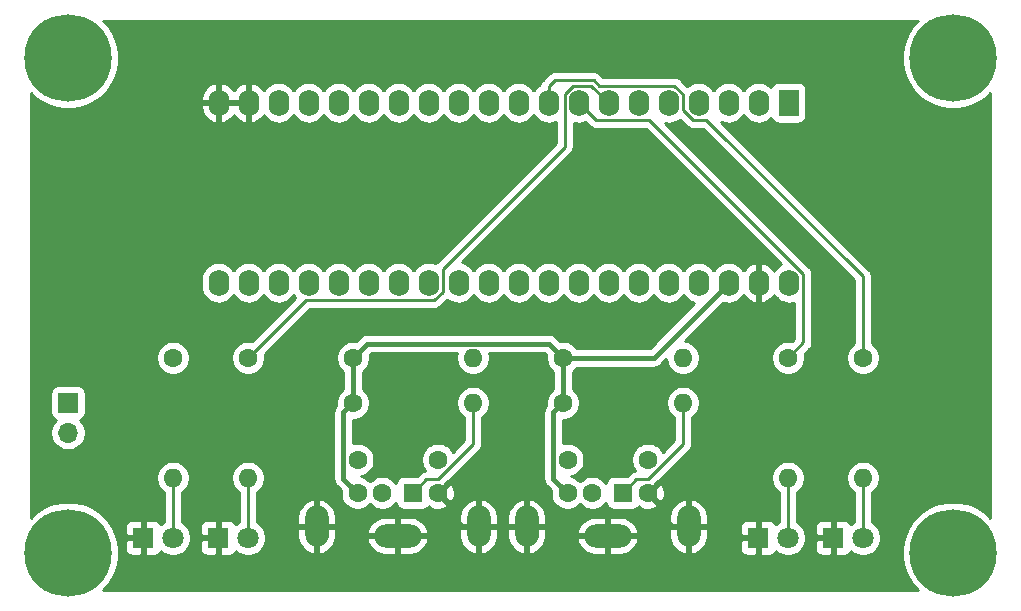
<source format=gbr>
%TF.GenerationSoftware,KiCad,Pcbnew,5.1.6*%
%TF.CreationDate,2021-01-14T16:45:27+01:00*%
%TF.ProjectId,din2usb_adapter,64696e32-7573-4625-9f61-646170746572,rev?*%
%TF.SameCoordinates,Original*%
%TF.FileFunction,Copper,L1,Top*%
%TF.FilePolarity,Positive*%
%FSLAX46Y46*%
G04 Gerber Fmt 4.6, Leading zero omitted, Abs format (unit mm)*
G04 Created by KiCad (PCBNEW 5.1.6) date 2021-01-14 16:45:27*
%MOMM*%
%LPD*%
G01*
G04 APERTURE LIST*
%TA.AperFunction,ComponentPad*%
%ADD10O,4.000000X2.000000*%
%TD*%
%TA.AperFunction,ComponentPad*%
%ADD11C,1.600000*%
%TD*%
%TA.AperFunction,ComponentPad*%
%ADD12R,1.600000X1.600000*%
%TD*%
%TA.AperFunction,ComponentPad*%
%ADD13O,2.000000X3.500000*%
%TD*%
%TA.AperFunction,ComponentPad*%
%ADD14R,1.700000X1.700000*%
%TD*%
%TA.AperFunction,ComponentPad*%
%ADD15O,1.700000X1.700000*%
%TD*%
%TA.AperFunction,ComponentPad*%
%ADD16R,1.727200X2.250000*%
%TD*%
%TA.AperFunction,ComponentPad*%
%ADD17O,1.727200X2.250000*%
%TD*%
%TA.AperFunction,ComponentPad*%
%ADD18C,7.400000*%
%TD*%
%TA.AperFunction,ComponentPad*%
%ADD19O,1.600000X1.600000*%
%TD*%
%TA.AperFunction,ComponentPad*%
%ADD20C,1.800000*%
%TD*%
%TA.AperFunction,ComponentPad*%
%ADD21R,1.800000X1.800000*%
%TD*%
%TA.AperFunction,Conductor*%
%ADD22C,0.250000*%
%TD*%
%TA.AperFunction,Conductor*%
%ADD23C,0.400000*%
%TD*%
%TA.AperFunction,Conductor*%
%ADD24C,0.254000*%
%TD*%
G04 APERTURE END LIST*
D10*
%TO.P,P2,7*%
%TO.N,GND*%
X132050000Y-107790000D03*
D11*
%TO.P,P2,6*%
%TO.N,N/C*%
X128650000Y-101340000D03*
%TO.P,P2,5*%
%TO.N,/CLOCK2*%
X135450000Y-101340000D03*
%TO.P,P2,4*%
%TO.N,+5V*%
X128650000Y-104140000D03*
%TO.P,P2,3*%
%TO.N,GND*%
X135450000Y-104140000D03*
%TO.P,P2,2*%
%TO.N,N/C*%
X130750000Y-104140000D03*
D12*
%TO.P,P2,1*%
%TO.N,/DATA2*%
X133350000Y-104140000D03*
D13*
%TO.P,P2,7*%
%TO.N,GND*%
X138900000Y-106990000D03*
X125200000Y-106990000D03*
%TD*%
D10*
%TO.P,P1,7*%
%TO.N,GND*%
X114270000Y-107790000D03*
D11*
%TO.P,P1,6*%
%TO.N,N/C*%
X110870000Y-101340000D03*
%TO.P,P1,5*%
%TO.N,/CLOCK1*%
X117670000Y-101340000D03*
%TO.P,P1,4*%
%TO.N,+5V*%
X110870000Y-104140000D03*
%TO.P,P1,3*%
%TO.N,GND*%
X117670000Y-104140000D03*
%TO.P,P1,2*%
%TO.N,N/C*%
X112970000Y-104140000D03*
D12*
%TO.P,P1,1*%
%TO.N,/DATA1*%
X115570000Y-104140000D03*
D13*
%TO.P,P1,7*%
%TO.N,GND*%
X121120000Y-106990000D03*
X107420000Y-106990000D03*
%TD*%
D14*
%TO.P,J1,1*%
%TO.N,Net-(J1-Pad1)*%
X86360000Y-96520000D03*
D15*
%TO.P,J1,2*%
%TO.N,Net-(J1-Pad2)*%
X86360000Y-99060000D03*
%TD*%
D16*
%TO.P,U1,1*%
%TO.N,N/C*%
X147370800Y-71120000D03*
D17*
%TO.P,U1,2*%
X144830800Y-71120000D03*
%TO.P,U1,3*%
X142290800Y-71120000D03*
%TO.P,U1,4*%
X139750800Y-71120000D03*
%TO.P,U1,5*%
X137210800Y-71120000D03*
%TO.P,U1,6*%
%TO.N,/KB1*%
X134670800Y-71120000D03*
%TO.P,U1,7*%
%TO.N,/MOUSE1*%
X132130800Y-71120000D03*
%TO.P,U1,8*%
%TO.N,/KB2*%
X129590800Y-71120000D03*
%TO.P,U1,9*%
%TO.N,/MOUSE2*%
X127050800Y-71120000D03*
%TO.P,U1,10*%
%TO.N,N/C*%
X124510800Y-71120000D03*
%TO.P,U1,11*%
X121970800Y-71120000D03*
%TO.P,U1,12*%
X119430800Y-71120000D03*
%TO.P,U1,13*%
X116890800Y-71120000D03*
%TO.P,U1,14*%
X114350800Y-71120000D03*
%TO.P,U1,15*%
X111810800Y-71120000D03*
%TO.P,U1,16*%
X109270800Y-71120000D03*
%TO.P,U1,17*%
X106730800Y-71120000D03*
%TO.P,U1,18*%
X104190800Y-71120000D03*
%TO.P,U1,19*%
%TO.N,GND*%
X101650800Y-71120000D03*
%TO.P,U1,20*%
X99110800Y-71120000D03*
%TO.P,U1,21*%
%TO.N,N/C*%
X99110800Y-86360000D03*
%TO.P,U1,22*%
X101650800Y-86360000D03*
%TO.P,U1,23*%
X104190800Y-86360000D03*
%TO.P,U1,24*%
X106730800Y-86360000D03*
%TO.P,U1,25*%
X109270800Y-86360000D03*
%TO.P,U1,26*%
%TO.N,Net-(J1-Pad1)*%
X111810800Y-86360000D03*
%TO.P,U1,27*%
%TO.N,Net-(J1-Pad2)*%
X114350800Y-86360000D03*
%TO.P,U1,28*%
%TO.N,N/C*%
X116890800Y-86360000D03*
%TO.P,U1,29*%
X119430800Y-86360000D03*
%TO.P,U1,30*%
%TO.N,/CLOCK1*%
X121970800Y-86360000D03*
%TO.P,U1,31*%
%TO.N,/DATA1*%
X124510800Y-86360000D03*
%TO.P,U1,32*%
%TO.N,/CLOCK2*%
X127050800Y-86360000D03*
%TO.P,U1,33*%
%TO.N,N/C*%
X129590800Y-86360000D03*
%TO.P,U1,34*%
%TO.N,/DATA2*%
X132130800Y-86360000D03*
%TO.P,U1,35*%
%TO.N,N/C*%
X134670800Y-86360000D03*
%TO.P,U1,36*%
X137210800Y-86360000D03*
%TO.P,U1,37*%
X139750800Y-86360000D03*
%TO.P,U1,38*%
%TO.N,+5V*%
X142290800Y-86360000D03*
%TO.P,U1,39*%
%TO.N,GND*%
X144830800Y-86360000D03*
%TO.P,U1,40*%
%TO.N,N/C*%
X147421600Y-86360000D03*
%TD*%
D18*
%TO.P,H3,1*%
%TO.N,N/C*%
X161290000Y-109220000D03*
%TD*%
%TO.P,H2,1*%
%TO.N,N/C*%
X86360000Y-109220000D03*
%TD*%
%TO.P,H4,1*%
%TO.N,N/C*%
X161290000Y-67310000D03*
%TD*%
%TO.P,H1,1*%
%TO.N,N/C*%
X86360000Y-67310000D03*
%TD*%
D19*
%TO.P,R8,2*%
%TO.N,Net-(D4-Pad2)*%
X153670000Y-102870000D03*
D11*
%TO.P,R8,1*%
%TO.N,/MOUSE2*%
X153670000Y-92710000D03*
%TD*%
D19*
%TO.P,R7,2*%
%TO.N,Net-(D3-Pad2)*%
X147320000Y-102870000D03*
D11*
%TO.P,R7,1*%
%TO.N,/KB2*%
X147320000Y-92710000D03*
%TD*%
D19*
%TO.P,R6,2*%
%TO.N,Net-(D2-Pad2)*%
X101600000Y-102870000D03*
D11*
%TO.P,R6,1*%
%TO.N,/MOUSE1*%
X101600000Y-92710000D03*
%TD*%
D19*
%TO.P,R5,2*%
%TO.N,Net-(D1-Pad2)*%
X95250000Y-102870000D03*
D11*
%TO.P,R5,1*%
%TO.N,/KB1*%
X95250000Y-92710000D03*
%TD*%
D19*
%TO.P,R4,2*%
%TO.N,/DATA2*%
X138430000Y-96520000D03*
D11*
%TO.P,R4,1*%
%TO.N,+5V*%
X128270000Y-96520000D03*
%TD*%
D19*
%TO.P,R3,2*%
%TO.N,/CLOCK2*%
X138430000Y-92710000D03*
D11*
%TO.P,R3,1*%
%TO.N,+5V*%
X128270000Y-92710000D03*
%TD*%
D19*
%TO.P,R2,2*%
%TO.N,/DATA1*%
X120650000Y-96520000D03*
D11*
%TO.P,R2,1*%
%TO.N,+5V*%
X110490000Y-96520000D03*
%TD*%
D19*
%TO.P,R1,2*%
%TO.N,/CLOCK1*%
X120650000Y-92710000D03*
D11*
%TO.P,R1,1*%
%TO.N,+5V*%
X110490000Y-92710000D03*
%TD*%
D20*
%TO.P,D4,2*%
%TO.N,Net-(D4-Pad2)*%
X153670000Y-107950000D03*
D21*
%TO.P,D4,1*%
%TO.N,GND*%
X151130000Y-107950000D03*
%TD*%
D20*
%TO.P,D3,2*%
%TO.N,Net-(D3-Pad2)*%
X147320000Y-107950000D03*
D21*
%TO.P,D3,1*%
%TO.N,GND*%
X144780000Y-107950000D03*
%TD*%
D20*
%TO.P,D2,2*%
%TO.N,Net-(D2-Pad2)*%
X101600000Y-107950000D03*
D21*
%TO.P,D2,1*%
%TO.N,GND*%
X99060000Y-107950000D03*
%TD*%
D20*
%TO.P,D1,2*%
%TO.N,Net-(D1-Pad2)*%
X95250000Y-107950000D03*
D21*
%TO.P,D1,1*%
%TO.N,GND*%
X92710000Y-107950000D03*
%TD*%
D22*
%TO.N,Net-(D1-Pad2)*%
X95250000Y-107950000D02*
X95250000Y-102870000D01*
D23*
%TO.N,GND*%
X144830800Y-86360000D02*
X144830800Y-94759200D01*
X138300000Y-106990000D02*
X138900000Y-106990000D01*
X135450000Y-104140000D02*
X135450000Y-104390000D01*
X126000000Y-107790000D02*
X125200000Y-106990000D01*
X125200000Y-106990000D02*
X121120000Y-106990000D01*
X121120000Y-106990000D02*
X120520000Y-106990000D01*
X117670000Y-104140000D02*
X117670000Y-104390000D01*
X108220000Y-107790000D02*
X107420000Y-106990000D01*
X107420000Y-106990000D02*
X109530000Y-106990000D01*
X110330000Y-107790000D02*
X114270000Y-107790000D01*
X109530000Y-106990000D02*
X110330000Y-107790000D01*
X107420000Y-106990000D02*
X107420000Y-107210000D01*
X104140000Y-110490000D02*
X99060000Y-110490000D01*
X99060000Y-110490000D02*
X99060000Y-107950000D01*
X92710000Y-110490000D02*
X92710000Y-107950000D01*
X99060000Y-110490000D02*
X92710000Y-110490000D01*
X138900000Y-106990000D02*
X138900000Y-109690000D01*
X138900000Y-109690000D02*
X139700000Y-110490000D01*
X139700000Y-110490000D02*
X144780000Y-110490000D01*
X144780000Y-110490000D02*
X144780000Y-107950000D01*
X144780000Y-110490000D02*
X151130000Y-110490000D01*
X151130000Y-110490000D02*
X151130000Y-107950000D01*
X144780000Y-94810000D02*
X144830800Y-94759200D01*
X144780000Y-107950000D02*
X144780000Y-94810000D01*
X132050000Y-107790000D02*
X132050000Y-110460000D01*
X132050000Y-110460000D02*
X132020000Y-110490000D01*
X132020000Y-110490000D02*
X125730000Y-110490000D01*
X125200000Y-108480000D02*
X125200000Y-106990000D01*
X125200000Y-106990000D02*
X125200000Y-109960000D01*
X125200000Y-109960000D02*
X125730000Y-110490000D01*
X117670000Y-104140000D02*
X118940000Y-105410000D01*
X118940000Y-105410000D02*
X118940000Y-106240000D01*
X119690000Y-106990000D02*
X121120000Y-106990000D01*
X118940000Y-106240000D02*
X119690000Y-106990000D01*
X119690000Y-106990000D02*
X119070000Y-106990000D01*
X118270000Y-107790000D02*
X114270000Y-107790000D01*
X119070000Y-106990000D02*
X118270000Y-107790000D01*
X135450000Y-104140000D02*
X136720000Y-105410000D01*
X136720000Y-105410000D02*
X136720000Y-106240000D01*
X137470000Y-106990000D02*
X138900000Y-106990000D01*
X136720000Y-106240000D02*
X137470000Y-106990000D01*
X132050000Y-107790000D02*
X132240000Y-107790000D01*
X132050000Y-107790000D02*
X134460000Y-107790000D01*
X134460000Y-107790000D02*
X135450000Y-106800000D01*
X136160000Y-106800000D02*
X136720000Y-106240000D01*
X135450000Y-106800000D02*
X136160000Y-106800000D01*
X107420000Y-106990000D02*
X107420000Y-109750000D01*
X107420000Y-109750000D02*
X106680000Y-110490000D01*
X106680000Y-110490000D02*
X102870000Y-110490000D01*
D22*
%TO.N,Net-(D2-Pad2)*%
X101600000Y-107950000D02*
X101600000Y-102870000D01*
%TO.N,Net-(D3-Pad2)*%
X147320000Y-107950000D02*
X147320000Y-102870000D01*
%TO.N,Net-(D4-Pad2)*%
X153670000Y-107950000D02*
X153670000Y-102870000D01*
D23*
%TO.N,+5V*%
X135940800Y-92710000D02*
X128270000Y-92710000D01*
X142290800Y-86360000D02*
X135940800Y-92710000D01*
X111690001Y-91509999D02*
X110490000Y-92710000D01*
X127069999Y-91509999D02*
X111690001Y-91509999D01*
X128270000Y-92710000D02*
X127069999Y-91509999D01*
X127449999Y-102939999D02*
X128650000Y-104140000D01*
X127449999Y-97340001D02*
X127449999Y-102939999D01*
X128270000Y-96520000D02*
X127449999Y-97340001D01*
X109669999Y-102939999D02*
X110870000Y-104140000D01*
X109669999Y-97340001D02*
X109669999Y-102939999D01*
X110490000Y-96520000D02*
X109669999Y-97340001D01*
X110490000Y-92710000D02*
X110490000Y-96520000D01*
X128270000Y-92710000D02*
X128270000Y-96520000D01*
D22*
%TO.N,/DATA1*%
X117660003Y-103014999D02*
X116695001Y-103014999D01*
X120650000Y-100025002D02*
X117660003Y-103014999D01*
X116695001Y-103014999D02*
X115570000Y-104140000D01*
X120650000Y-96520000D02*
X120650000Y-100025002D01*
%TO.N,/DATA2*%
X135440003Y-103014999D02*
X134475001Y-103014999D01*
X134475001Y-103014999D02*
X133350000Y-104140000D01*
X138430000Y-100025002D02*
X135440003Y-103014999D01*
X138430000Y-96520000D02*
X138430000Y-100025002D01*
%TO.N,/MOUSE1*%
X128402190Y-70366262D02*
X129098462Y-69669990D01*
X129098462Y-69669990D02*
X130680790Y-69669990D01*
X128402190Y-74848610D02*
X128402190Y-70366262D01*
X118079410Y-85171390D02*
X128402190Y-74848610D01*
X118079410Y-87113738D02*
X118079410Y-85171390D01*
X117383138Y-87810010D02*
X118079410Y-87113738D01*
X106499990Y-87810010D02*
X117383138Y-87810010D01*
X101600000Y-92710000D02*
X106499990Y-87810010D01*
X130680790Y-69669990D02*
X132130800Y-71120000D01*
%TO.N,/KB2*%
X131040810Y-72570010D02*
X129590800Y-71120000D01*
X148610210Y-85606262D02*
X135573958Y-72570010D01*
X148610210Y-91419790D02*
X148610210Y-85606262D01*
X135573958Y-72570010D02*
X131040810Y-72570010D01*
X147320000Y-92710000D02*
X148610210Y-91419790D01*
%TO.N,/MOUSE2*%
X153670000Y-85830070D02*
X140409940Y-72570010D01*
X130867190Y-69219979D02*
X127575821Y-69219979D01*
X140409940Y-72570010D02*
X139258462Y-72570010D01*
X131317200Y-69669990D02*
X130867190Y-69219979D01*
X137703138Y-69669990D02*
X131317200Y-69669990D01*
X139258462Y-72570010D02*
X138399410Y-71710958D01*
X127575821Y-69219979D02*
X127050800Y-69745000D01*
X153670000Y-92710000D02*
X153670000Y-85830070D01*
X138399410Y-71710958D02*
X138399410Y-70366262D01*
X127050800Y-69745000D02*
X127050800Y-71120000D01*
X138399410Y-70366262D02*
X137703138Y-69669990D01*
%TD*%
D24*
%TO.N,GND*%
G36*
X157922786Y-64546599D02*
G01*
X157448373Y-65256608D01*
X157121592Y-66045527D01*
X156955000Y-66883040D01*
X156955000Y-67736960D01*
X157121592Y-68574473D01*
X157448373Y-69363392D01*
X157922786Y-70073401D01*
X158526599Y-70677214D01*
X159236608Y-71151627D01*
X160025527Y-71478408D01*
X160863040Y-71645000D01*
X161716960Y-71645000D01*
X162554473Y-71478408D01*
X163343392Y-71151627D01*
X164053401Y-70677214D01*
X164440000Y-70290615D01*
X164440001Y-106239386D01*
X164053401Y-105852786D01*
X163343392Y-105378373D01*
X162554473Y-105051592D01*
X161716960Y-104885000D01*
X160863040Y-104885000D01*
X160025527Y-105051592D01*
X159236608Y-105378373D01*
X158526599Y-105852786D01*
X157922786Y-106456599D01*
X157448373Y-107166608D01*
X157121592Y-107955527D01*
X156955000Y-108793040D01*
X156955000Y-109646960D01*
X157121592Y-110484473D01*
X157448373Y-111273392D01*
X157922786Y-111983401D01*
X158309385Y-112370000D01*
X89340615Y-112370000D01*
X89727214Y-111983401D01*
X90201627Y-111273392D01*
X90528408Y-110484473D01*
X90695000Y-109646960D01*
X90695000Y-108850000D01*
X91171928Y-108850000D01*
X91184188Y-108974482D01*
X91220498Y-109094180D01*
X91279463Y-109204494D01*
X91358815Y-109301185D01*
X91455506Y-109380537D01*
X91565820Y-109439502D01*
X91685518Y-109475812D01*
X91810000Y-109488072D01*
X92424250Y-109485000D01*
X92583000Y-109326250D01*
X92583000Y-108077000D01*
X91333750Y-108077000D01*
X91175000Y-108235750D01*
X91171928Y-108850000D01*
X90695000Y-108850000D01*
X90695000Y-108793040D01*
X90528408Y-107955527D01*
X90201627Y-107166608D01*
X90123713Y-107050000D01*
X91171928Y-107050000D01*
X91175000Y-107664250D01*
X91333750Y-107823000D01*
X92583000Y-107823000D01*
X92583000Y-106573750D01*
X92837000Y-106573750D01*
X92837000Y-107823000D01*
X92857000Y-107823000D01*
X92857000Y-108077000D01*
X92837000Y-108077000D01*
X92837000Y-109326250D01*
X92995750Y-109485000D01*
X93610000Y-109488072D01*
X93734482Y-109475812D01*
X93854180Y-109439502D01*
X93964494Y-109380537D01*
X94061185Y-109301185D01*
X94140537Y-109204494D01*
X94199502Y-109094180D01*
X94205056Y-109075873D01*
X94271495Y-109142312D01*
X94522905Y-109310299D01*
X94802257Y-109426011D01*
X95098816Y-109485000D01*
X95401184Y-109485000D01*
X95697743Y-109426011D01*
X95977095Y-109310299D01*
X96228505Y-109142312D01*
X96442312Y-108928505D01*
X96494767Y-108850000D01*
X97521928Y-108850000D01*
X97534188Y-108974482D01*
X97570498Y-109094180D01*
X97629463Y-109204494D01*
X97708815Y-109301185D01*
X97805506Y-109380537D01*
X97915820Y-109439502D01*
X98035518Y-109475812D01*
X98160000Y-109488072D01*
X98774250Y-109485000D01*
X98933000Y-109326250D01*
X98933000Y-108077000D01*
X97683750Y-108077000D01*
X97525000Y-108235750D01*
X97521928Y-108850000D01*
X96494767Y-108850000D01*
X96610299Y-108677095D01*
X96726011Y-108397743D01*
X96785000Y-108101184D01*
X96785000Y-107798816D01*
X96726011Y-107502257D01*
X96610299Y-107222905D01*
X96494768Y-107050000D01*
X97521928Y-107050000D01*
X97525000Y-107664250D01*
X97683750Y-107823000D01*
X98933000Y-107823000D01*
X98933000Y-106573750D01*
X99187000Y-106573750D01*
X99187000Y-107823000D01*
X99207000Y-107823000D01*
X99207000Y-108077000D01*
X99187000Y-108077000D01*
X99187000Y-109326250D01*
X99345750Y-109485000D01*
X99960000Y-109488072D01*
X100084482Y-109475812D01*
X100204180Y-109439502D01*
X100314494Y-109380537D01*
X100411185Y-109301185D01*
X100490537Y-109204494D01*
X100549502Y-109094180D01*
X100555056Y-109075873D01*
X100621495Y-109142312D01*
X100872905Y-109310299D01*
X101152257Y-109426011D01*
X101448816Y-109485000D01*
X101751184Y-109485000D01*
X102047743Y-109426011D01*
X102327095Y-109310299D01*
X102578505Y-109142312D01*
X102792312Y-108928505D01*
X102960299Y-108677095D01*
X103076011Y-108397743D01*
X103135000Y-108101184D01*
X103135000Y-107798816D01*
X103076011Y-107502257D01*
X102960299Y-107222905D01*
X102889536Y-107117000D01*
X105785000Y-107117000D01*
X105785000Y-107867000D01*
X105841193Y-108183532D01*
X105958058Y-108483020D01*
X106131105Y-108753954D01*
X106353683Y-108985922D01*
X106617239Y-109170010D01*
X106911645Y-109299144D01*
X107039566Y-109330124D01*
X107293000Y-109210777D01*
X107293000Y-107117000D01*
X107547000Y-107117000D01*
X107547000Y-109210777D01*
X107800434Y-109330124D01*
X107928355Y-109299144D01*
X108222761Y-109170010D01*
X108486317Y-108985922D01*
X108708895Y-108753954D01*
X108881942Y-108483020D01*
X108998807Y-108183532D01*
X109001132Y-108170434D01*
X111679876Y-108170434D01*
X111710856Y-108298355D01*
X111839990Y-108592761D01*
X112024078Y-108856317D01*
X112256046Y-109078895D01*
X112526980Y-109251942D01*
X112826468Y-109368807D01*
X113143000Y-109425000D01*
X114143000Y-109425000D01*
X114143000Y-107917000D01*
X114397000Y-107917000D01*
X114397000Y-109425000D01*
X115397000Y-109425000D01*
X115713532Y-109368807D01*
X116013020Y-109251942D01*
X116283954Y-109078895D01*
X116515922Y-108856317D01*
X116700010Y-108592761D01*
X116829144Y-108298355D01*
X116860124Y-108170434D01*
X116740777Y-107917000D01*
X114397000Y-107917000D01*
X114143000Y-107917000D01*
X111799223Y-107917000D01*
X111679876Y-108170434D01*
X109001132Y-108170434D01*
X109055000Y-107867000D01*
X109055000Y-107409566D01*
X111679876Y-107409566D01*
X111799223Y-107663000D01*
X114143000Y-107663000D01*
X114143000Y-106155000D01*
X114397000Y-106155000D01*
X114397000Y-107663000D01*
X116740777Y-107663000D01*
X116860124Y-107409566D01*
X116829144Y-107281645D01*
X116756927Y-107117000D01*
X119485000Y-107117000D01*
X119485000Y-107867000D01*
X119541193Y-108183532D01*
X119658058Y-108483020D01*
X119831105Y-108753954D01*
X120053683Y-108985922D01*
X120317239Y-109170010D01*
X120611645Y-109299144D01*
X120739566Y-109330124D01*
X120993000Y-109210777D01*
X120993000Y-107117000D01*
X121247000Y-107117000D01*
X121247000Y-109210777D01*
X121500434Y-109330124D01*
X121628355Y-109299144D01*
X121922761Y-109170010D01*
X122186317Y-108985922D01*
X122408895Y-108753954D01*
X122581942Y-108483020D01*
X122698807Y-108183532D01*
X122755000Y-107867000D01*
X122755000Y-107117000D01*
X123565000Y-107117000D01*
X123565000Y-107867000D01*
X123621193Y-108183532D01*
X123738058Y-108483020D01*
X123911105Y-108753954D01*
X124133683Y-108985922D01*
X124397239Y-109170010D01*
X124691645Y-109299144D01*
X124819566Y-109330124D01*
X125073000Y-109210777D01*
X125073000Y-107117000D01*
X125327000Y-107117000D01*
X125327000Y-109210777D01*
X125580434Y-109330124D01*
X125708355Y-109299144D01*
X126002761Y-109170010D01*
X126266317Y-108985922D01*
X126488895Y-108753954D01*
X126661942Y-108483020D01*
X126778807Y-108183532D01*
X126781132Y-108170434D01*
X129459876Y-108170434D01*
X129490856Y-108298355D01*
X129619990Y-108592761D01*
X129804078Y-108856317D01*
X130036046Y-109078895D01*
X130306980Y-109251942D01*
X130606468Y-109368807D01*
X130923000Y-109425000D01*
X131923000Y-109425000D01*
X131923000Y-107917000D01*
X132177000Y-107917000D01*
X132177000Y-109425000D01*
X133177000Y-109425000D01*
X133493532Y-109368807D01*
X133793020Y-109251942D01*
X134063954Y-109078895D01*
X134295922Y-108856317D01*
X134480010Y-108592761D01*
X134609144Y-108298355D01*
X134640124Y-108170434D01*
X134520777Y-107917000D01*
X132177000Y-107917000D01*
X131923000Y-107917000D01*
X129579223Y-107917000D01*
X129459876Y-108170434D01*
X126781132Y-108170434D01*
X126835000Y-107867000D01*
X126835000Y-107409566D01*
X129459876Y-107409566D01*
X129579223Y-107663000D01*
X131923000Y-107663000D01*
X131923000Y-106155000D01*
X132177000Y-106155000D01*
X132177000Y-107663000D01*
X134520777Y-107663000D01*
X134640124Y-107409566D01*
X134609144Y-107281645D01*
X134536927Y-107117000D01*
X137265000Y-107117000D01*
X137265000Y-107867000D01*
X137321193Y-108183532D01*
X137438058Y-108483020D01*
X137611105Y-108753954D01*
X137833683Y-108985922D01*
X138097239Y-109170010D01*
X138391645Y-109299144D01*
X138519566Y-109330124D01*
X138773000Y-109210777D01*
X138773000Y-107117000D01*
X139027000Y-107117000D01*
X139027000Y-109210777D01*
X139280434Y-109330124D01*
X139408355Y-109299144D01*
X139702761Y-109170010D01*
X139966317Y-108985922D01*
X140096736Y-108850000D01*
X143241928Y-108850000D01*
X143254188Y-108974482D01*
X143290498Y-109094180D01*
X143349463Y-109204494D01*
X143428815Y-109301185D01*
X143525506Y-109380537D01*
X143635820Y-109439502D01*
X143755518Y-109475812D01*
X143880000Y-109488072D01*
X144494250Y-109485000D01*
X144653000Y-109326250D01*
X144653000Y-108077000D01*
X143403750Y-108077000D01*
X143245000Y-108235750D01*
X143241928Y-108850000D01*
X140096736Y-108850000D01*
X140188895Y-108753954D01*
X140361942Y-108483020D01*
X140478807Y-108183532D01*
X140535000Y-107867000D01*
X140535000Y-107117000D01*
X139027000Y-107117000D01*
X138773000Y-107117000D01*
X137265000Y-107117000D01*
X134536927Y-107117000D01*
X134507539Y-107050000D01*
X143241928Y-107050000D01*
X143245000Y-107664250D01*
X143403750Y-107823000D01*
X144653000Y-107823000D01*
X144653000Y-106573750D01*
X144907000Y-106573750D01*
X144907000Y-107823000D01*
X144927000Y-107823000D01*
X144927000Y-108077000D01*
X144907000Y-108077000D01*
X144907000Y-109326250D01*
X145065750Y-109485000D01*
X145680000Y-109488072D01*
X145804482Y-109475812D01*
X145924180Y-109439502D01*
X146034494Y-109380537D01*
X146131185Y-109301185D01*
X146210537Y-109204494D01*
X146269502Y-109094180D01*
X146275056Y-109075873D01*
X146341495Y-109142312D01*
X146592905Y-109310299D01*
X146872257Y-109426011D01*
X147168816Y-109485000D01*
X147471184Y-109485000D01*
X147767743Y-109426011D01*
X148047095Y-109310299D01*
X148298505Y-109142312D01*
X148512312Y-108928505D01*
X148564767Y-108850000D01*
X149591928Y-108850000D01*
X149604188Y-108974482D01*
X149640498Y-109094180D01*
X149699463Y-109204494D01*
X149778815Y-109301185D01*
X149875506Y-109380537D01*
X149985820Y-109439502D01*
X150105518Y-109475812D01*
X150230000Y-109488072D01*
X150844250Y-109485000D01*
X151003000Y-109326250D01*
X151003000Y-108077000D01*
X149753750Y-108077000D01*
X149595000Y-108235750D01*
X149591928Y-108850000D01*
X148564767Y-108850000D01*
X148680299Y-108677095D01*
X148796011Y-108397743D01*
X148855000Y-108101184D01*
X148855000Y-107798816D01*
X148796011Y-107502257D01*
X148680299Y-107222905D01*
X148564768Y-107050000D01*
X149591928Y-107050000D01*
X149595000Y-107664250D01*
X149753750Y-107823000D01*
X151003000Y-107823000D01*
X151003000Y-106573750D01*
X151257000Y-106573750D01*
X151257000Y-107823000D01*
X151277000Y-107823000D01*
X151277000Y-108077000D01*
X151257000Y-108077000D01*
X151257000Y-109326250D01*
X151415750Y-109485000D01*
X152030000Y-109488072D01*
X152154482Y-109475812D01*
X152274180Y-109439502D01*
X152384494Y-109380537D01*
X152481185Y-109301185D01*
X152560537Y-109204494D01*
X152619502Y-109094180D01*
X152625056Y-109075873D01*
X152691495Y-109142312D01*
X152942905Y-109310299D01*
X153222257Y-109426011D01*
X153518816Y-109485000D01*
X153821184Y-109485000D01*
X154117743Y-109426011D01*
X154397095Y-109310299D01*
X154648505Y-109142312D01*
X154862312Y-108928505D01*
X155030299Y-108677095D01*
X155146011Y-108397743D01*
X155205000Y-108101184D01*
X155205000Y-107798816D01*
X155146011Y-107502257D01*
X155030299Y-107222905D01*
X154862312Y-106971495D01*
X154648505Y-106757688D01*
X154430000Y-106611687D01*
X154430000Y-104088043D01*
X154584759Y-103984637D01*
X154784637Y-103784759D01*
X154941680Y-103549727D01*
X155049853Y-103288574D01*
X155105000Y-103011335D01*
X155105000Y-102728665D01*
X155049853Y-102451426D01*
X154941680Y-102190273D01*
X154784637Y-101955241D01*
X154584759Y-101755363D01*
X154349727Y-101598320D01*
X154088574Y-101490147D01*
X153811335Y-101435000D01*
X153528665Y-101435000D01*
X153251426Y-101490147D01*
X152990273Y-101598320D01*
X152755241Y-101755363D01*
X152555363Y-101955241D01*
X152398320Y-102190273D01*
X152290147Y-102451426D01*
X152235000Y-102728665D01*
X152235000Y-103011335D01*
X152290147Y-103288574D01*
X152398320Y-103549727D01*
X152555363Y-103784759D01*
X152755241Y-103984637D01*
X152910001Y-104088044D01*
X152910000Y-106611687D01*
X152691495Y-106757688D01*
X152625056Y-106824127D01*
X152619502Y-106805820D01*
X152560537Y-106695506D01*
X152481185Y-106598815D01*
X152384494Y-106519463D01*
X152274180Y-106460498D01*
X152154482Y-106424188D01*
X152030000Y-106411928D01*
X151415750Y-106415000D01*
X151257000Y-106573750D01*
X151003000Y-106573750D01*
X150844250Y-106415000D01*
X150230000Y-106411928D01*
X150105518Y-106424188D01*
X149985820Y-106460498D01*
X149875506Y-106519463D01*
X149778815Y-106598815D01*
X149699463Y-106695506D01*
X149640498Y-106805820D01*
X149604188Y-106925518D01*
X149591928Y-107050000D01*
X148564768Y-107050000D01*
X148512312Y-106971495D01*
X148298505Y-106757688D01*
X148080000Y-106611687D01*
X148080000Y-104088043D01*
X148234759Y-103984637D01*
X148434637Y-103784759D01*
X148591680Y-103549727D01*
X148699853Y-103288574D01*
X148755000Y-103011335D01*
X148755000Y-102728665D01*
X148699853Y-102451426D01*
X148591680Y-102190273D01*
X148434637Y-101955241D01*
X148234759Y-101755363D01*
X147999727Y-101598320D01*
X147738574Y-101490147D01*
X147461335Y-101435000D01*
X147178665Y-101435000D01*
X146901426Y-101490147D01*
X146640273Y-101598320D01*
X146405241Y-101755363D01*
X146205363Y-101955241D01*
X146048320Y-102190273D01*
X145940147Y-102451426D01*
X145885000Y-102728665D01*
X145885000Y-103011335D01*
X145940147Y-103288574D01*
X146048320Y-103549727D01*
X146205363Y-103784759D01*
X146405241Y-103984637D01*
X146560001Y-104088044D01*
X146560000Y-106611687D01*
X146341495Y-106757688D01*
X146275056Y-106824127D01*
X146269502Y-106805820D01*
X146210537Y-106695506D01*
X146131185Y-106598815D01*
X146034494Y-106519463D01*
X145924180Y-106460498D01*
X145804482Y-106424188D01*
X145680000Y-106411928D01*
X145065750Y-106415000D01*
X144907000Y-106573750D01*
X144653000Y-106573750D01*
X144494250Y-106415000D01*
X143880000Y-106411928D01*
X143755518Y-106424188D01*
X143635820Y-106460498D01*
X143525506Y-106519463D01*
X143428815Y-106598815D01*
X143349463Y-106695506D01*
X143290498Y-106805820D01*
X143254188Y-106925518D01*
X143241928Y-107050000D01*
X134507539Y-107050000D01*
X134480010Y-106987239D01*
X134295922Y-106723683D01*
X134063954Y-106501105D01*
X133793020Y-106328058D01*
X133493532Y-106211193D01*
X133177000Y-106155000D01*
X132177000Y-106155000D01*
X131923000Y-106155000D01*
X130923000Y-106155000D01*
X130606468Y-106211193D01*
X130306980Y-106328058D01*
X130036046Y-106501105D01*
X129804078Y-106723683D01*
X129619990Y-106987239D01*
X129490856Y-107281645D01*
X129459876Y-107409566D01*
X126835000Y-107409566D01*
X126835000Y-107117000D01*
X125327000Y-107117000D01*
X125073000Y-107117000D01*
X123565000Y-107117000D01*
X122755000Y-107117000D01*
X121247000Y-107117000D01*
X120993000Y-107117000D01*
X119485000Y-107117000D01*
X116756927Y-107117000D01*
X116700010Y-106987239D01*
X116515922Y-106723683D01*
X116283954Y-106501105D01*
X116013020Y-106328058D01*
X115713532Y-106211193D01*
X115397000Y-106155000D01*
X114397000Y-106155000D01*
X114143000Y-106155000D01*
X113143000Y-106155000D01*
X112826468Y-106211193D01*
X112526980Y-106328058D01*
X112256046Y-106501105D01*
X112024078Y-106723683D01*
X111839990Y-106987239D01*
X111710856Y-107281645D01*
X111679876Y-107409566D01*
X109055000Y-107409566D01*
X109055000Y-107117000D01*
X107547000Y-107117000D01*
X107293000Y-107117000D01*
X105785000Y-107117000D01*
X102889536Y-107117000D01*
X102792312Y-106971495D01*
X102578505Y-106757688D01*
X102360000Y-106611687D01*
X102360000Y-106113000D01*
X105785000Y-106113000D01*
X105785000Y-106863000D01*
X107293000Y-106863000D01*
X107293000Y-104769223D01*
X107547000Y-104769223D01*
X107547000Y-106863000D01*
X109055000Y-106863000D01*
X109055000Y-106113000D01*
X119485000Y-106113000D01*
X119485000Y-106863000D01*
X120993000Y-106863000D01*
X120993000Y-104769223D01*
X121247000Y-104769223D01*
X121247000Y-106863000D01*
X122755000Y-106863000D01*
X122755000Y-106113000D01*
X123565000Y-106113000D01*
X123565000Y-106863000D01*
X125073000Y-106863000D01*
X125073000Y-104769223D01*
X125327000Y-104769223D01*
X125327000Y-106863000D01*
X126835000Y-106863000D01*
X126835000Y-106113000D01*
X137265000Y-106113000D01*
X137265000Y-106863000D01*
X138773000Y-106863000D01*
X138773000Y-104769223D01*
X139027000Y-104769223D01*
X139027000Y-106863000D01*
X140535000Y-106863000D01*
X140535000Y-106113000D01*
X140478807Y-105796468D01*
X140361942Y-105496980D01*
X140188895Y-105226046D01*
X139966317Y-104994078D01*
X139702761Y-104809990D01*
X139408355Y-104680856D01*
X139280434Y-104649876D01*
X139027000Y-104769223D01*
X138773000Y-104769223D01*
X138519566Y-104649876D01*
X138391645Y-104680856D01*
X138097239Y-104809990D01*
X137833683Y-104994078D01*
X137611105Y-105226046D01*
X137438058Y-105496980D01*
X137321193Y-105796468D01*
X137265000Y-106113000D01*
X126835000Y-106113000D01*
X126778807Y-105796468D01*
X126661942Y-105496980D01*
X126488895Y-105226046D01*
X126266317Y-104994078D01*
X126002761Y-104809990D01*
X125708355Y-104680856D01*
X125580434Y-104649876D01*
X125327000Y-104769223D01*
X125073000Y-104769223D01*
X124819566Y-104649876D01*
X124691645Y-104680856D01*
X124397239Y-104809990D01*
X124133683Y-104994078D01*
X123911105Y-105226046D01*
X123738058Y-105496980D01*
X123621193Y-105796468D01*
X123565000Y-106113000D01*
X122755000Y-106113000D01*
X122698807Y-105796468D01*
X122581942Y-105496980D01*
X122408895Y-105226046D01*
X122186317Y-104994078D01*
X121922761Y-104809990D01*
X121628355Y-104680856D01*
X121500434Y-104649876D01*
X121247000Y-104769223D01*
X120993000Y-104769223D01*
X120739566Y-104649876D01*
X120611645Y-104680856D01*
X120317239Y-104809990D01*
X120053683Y-104994078D01*
X119831105Y-105226046D01*
X119658058Y-105496980D01*
X119541193Y-105796468D01*
X119485000Y-106113000D01*
X109055000Y-106113000D01*
X108998807Y-105796468D01*
X108881942Y-105496980D01*
X108708895Y-105226046D01*
X108486317Y-104994078D01*
X108222761Y-104809990D01*
X107928355Y-104680856D01*
X107800434Y-104649876D01*
X107547000Y-104769223D01*
X107293000Y-104769223D01*
X107039566Y-104649876D01*
X106911645Y-104680856D01*
X106617239Y-104809990D01*
X106353683Y-104994078D01*
X106131105Y-105226046D01*
X105958058Y-105496980D01*
X105841193Y-105796468D01*
X105785000Y-106113000D01*
X102360000Y-106113000D01*
X102360000Y-104088043D01*
X102514759Y-103984637D01*
X102714637Y-103784759D01*
X102871680Y-103549727D01*
X102979853Y-103288574D01*
X103035000Y-103011335D01*
X103035000Y-102728665D01*
X102979853Y-102451426D01*
X102871680Y-102190273D01*
X102714637Y-101955241D01*
X102514759Y-101755363D01*
X102279727Y-101598320D01*
X102018574Y-101490147D01*
X101741335Y-101435000D01*
X101458665Y-101435000D01*
X101181426Y-101490147D01*
X100920273Y-101598320D01*
X100685241Y-101755363D01*
X100485363Y-101955241D01*
X100328320Y-102190273D01*
X100220147Y-102451426D01*
X100165000Y-102728665D01*
X100165000Y-103011335D01*
X100220147Y-103288574D01*
X100328320Y-103549727D01*
X100485363Y-103784759D01*
X100685241Y-103984637D01*
X100840001Y-104088044D01*
X100840000Y-106611687D01*
X100621495Y-106757688D01*
X100555056Y-106824127D01*
X100549502Y-106805820D01*
X100490537Y-106695506D01*
X100411185Y-106598815D01*
X100314494Y-106519463D01*
X100204180Y-106460498D01*
X100084482Y-106424188D01*
X99960000Y-106411928D01*
X99345750Y-106415000D01*
X99187000Y-106573750D01*
X98933000Y-106573750D01*
X98774250Y-106415000D01*
X98160000Y-106411928D01*
X98035518Y-106424188D01*
X97915820Y-106460498D01*
X97805506Y-106519463D01*
X97708815Y-106598815D01*
X97629463Y-106695506D01*
X97570498Y-106805820D01*
X97534188Y-106925518D01*
X97521928Y-107050000D01*
X96494768Y-107050000D01*
X96442312Y-106971495D01*
X96228505Y-106757688D01*
X96010000Y-106611687D01*
X96010000Y-104088043D01*
X96164759Y-103984637D01*
X96364637Y-103784759D01*
X96521680Y-103549727D01*
X96629853Y-103288574D01*
X96685000Y-103011335D01*
X96685000Y-102728665D01*
X96629853Y-102451426D01*
X96521680Y-102190273D01*
X96364637Y-101955241D01*
X96164759Y-101755363D01*
X95929727Y-101598320D01*
X95668574Y-101490147D01*
X95391335Y-101435000D01*
X95108665Y-101435000D01*
X94831426Y-101490147D01*
X94570273Y-101598320D01*
X94335241Y-101755363D01*
X94135363Y-101955241D01*
X93978320Y-102190273D01*
X93870147Y-102451426D01*
X93815000Y-102728665D01*
X93815000Y-103011335D01*
X93870147Y-103288574D01*
X93978320Y-103549727D01*
X94135363Y-103784759D01*
X94335241Y-103984637D01*
X94490001Y-104088044D01*
X94490000Y-106611687D01*
X94271495Y-106757688D01*
X94205056Y-106824127D01*
X94199502Y-106805820D01*
X94140537Y-106695506D01*
X94061185Y-106598815D01*
X93964494Y-106519463D01*
X93854180Y-106460498D01*
X93734482Y-106424188D01*
X93610000Y-106411928D01*
X92995750Y-106415000D01*
X92837000Y-106573750D01*
X92583000Y-106573750D01*
X92424250Y-106415000D01*
X91810000Y-106411928D01*
X91685518Y-106424188D01*
X91565820Y-106460498D01*
X91455506Y-106519463D01*
X91358815Y-106598815D01*
X91279463Y-106695506D01*
X91220498Y-106805820D01*
X91184188Y-106925518D01*
X91171928Y-107050000D01*
X90123713Y-107050000D01*
X89727214Y-106456599D01*
X89123401Y-105852786D01*
X88413392Y-105378373D01*
X87624473Y-105051592D01*
X86786960Y-104885000D01*
X85933040Y-104885000D01*
X85095527Y-105051592D01*
X84306608Y-105378373D01*
X83596599Y-105852786D01*
X83210000Y-106239385D01*
X83210000Y-95670000D01*
X84871928Y-95670000D01*
X84871928Y-97370000D01*
X84884188Y-97494482D01*
X84920498Y-97614180D01*
X84979463Y-97724494D01*
X85058815Y-97821185D01*
X85155506Y-97900537D01*
X85265820Y-97959502D01*
X85338380Y-97981513D01*
X85206525Y-98113368D01*
X85044010Y-98356589D01*
X84932068Y-98626842D01*
X84875000Y-98913740D01*
X84875000Y-99206260D01*
X84932068Y-99493158D01*
X85044010Y-99763411D01*
X85206525Y-100006632D01*
X85413368Y-100213475D01*
X85656589Y-100375990D01*
X85926842Y-100487932D01*
X86213740Y-100545000D01*
X86506260Y-100545000D01*
X86793158Y-100487932D01*
X87063411Y-100375990D01*
X87306632Y-100213475D01*
X87513475Y-100006632D01*
X87675990Y-99763411D01*
X87787932Y-99493158D01*
X87845000Y-99206260D01*
X87845000Y-98913740D01*
X87787932Y-98626842D01*
X87675990Y-98356589D01*
X87513475Y-98113368D01*
X87381620Y-97981513D01*
X87454180Y-97959502D01*
X87564494Y-97900537D01*
X87661185Y-97821185D01*
X87740537Y-97724494D01*
X87799502Y-97614180D01*
X87835812Y-97494482D01*
X87848072Y-97370000D01*
X87848072Y-95670000D01*
X87835812Y-95545518D01*
X87799502Y-95425820D01*
X87740537Y-95315506D01*
X87661185Y-95218815D01*
X87564494Y-95139463D01*
X87454180Y-95080498D01*
X87334482Y-95044188D01*
X87210000Y-95031928D01*
X85510000Y-95031928D01*
X85385518Y-95044188D01*
X85265820Y-95080498D01*
X85155506Y-95139463D01*
X85058815Y-95218815D01*
X84979463Y-95315506D01*
X84920498Y-95425820D01*
X84884188Y-95545518D01*
X84871928Y-95670000D01*
X83210000Y-95670000D01*
X83210000Y-92568665D01*
X93815000Y-92568665D01*
X93815000Y-92851335D01*
X93870147Y-93128574D01*
X93978320Y-93389727D01*
X94135363Y-93624759D01*
X94335241Y-93824637D01*
X94570273Y-93981680D01*
X94831426Y-94089853D01*
X95108665Y-94145000D01*
X95391335Y-94145000D01*
X95668574Y-94089853D01*
X95929727Y-93981680D01*
X96164759Y-93824637D01*
X96364637Y-93624759D01*
X96521680Y-93389727D01*
X96629853Y-93128574D01*
X96685000Y-92851335D01*
X96685000Y-92568665D01*
X96629853Y-92291426D01*
X96521680Y-92030273D01*
X96364637Y-91795241D01*
X96164759Y-91595363D01*
X95929727Y-91438320D01*
X95668574Y-91330147D01*
X95391335Y-91275000D01*
X95108665Y-91275000D01*
X94831426Y-91330147D01*
X94570273Y-91438320D01*
X94335241Y-91595363D01*
X94135363Y-91795241D01*
X93978320Y-92030273D01*
X93870147Y-92291426D01*
X93815000Y-92568665D01*
X83210000Y-92568665D01*
X83210000Y-86024982D01*
X97612200Y-86024982D01*
X97612200Y-86695019D01*
X97633884Y-86915177D01*
X97719575Y-87197664D01*
X97858731Y-87458006D01*
X98046003Y-87686197D01*
X98274195Y-87873469D01*
X98534537Y-88012625D01*
X98817024Y-88098316D01*
X99110800Y-88127251D01*
X99404577Y-88098316D01*
X99687064Y-88012625D01*
X99947406Y-87873469D01*
X100175597Y-87686197D01*
X100362869Y-87458006D01*
X100380800Y-87424460D01*
X100398731Y-87458006D01*
X100586003Y-87686197D01*
X100814195Y-87873469D01*
X101074537Y-88012625D01*
X101357024Y-88098316D01*
X101650800Y-88127251D01*
X101944577Y-88098316D01*
X102227064Y-88012625D01*
X102487406Y-87873469D01*
X102715597Y-87686197D01*
X102902869Y-87458006D01*
X102920800Y-87424460D01*
X102938731Y-87458006D01*
X103126003Y-87686197D01*
X103354195Y-87873469D01*
X103614537Y-88012625D01*
X103897024Y-88098316D01*
X104190800Y-88127251D01*
X104484577Y-88098316D01*
X104767064Y-88012625D01*
X105027406Y-87873469D01*
X105255597Y-87686197D01*
X105442869Y-87458006D01*
X105460800Y-87424460D01*
X105478731Y-87458006D01*
X105613264Y-87621934D01*
X101923887Y-91311312D01*
X101741335Y-91275000D01*
X101458665Y-91275000D01*
X101181426Y-91330147D01*
X100920273Y-91438320D01*
X100685241Y-91595363D01*
X100485363Y-91795241D01*
X100328320Y-92030273D01*
X100220147Y-92291426D01*
X100165000Y-92568665D01*
X100165000Y-92851335D01*
X100220147Y-93128574D01*
X100328320Y-93389727D01*
X100485363Y-93624759D01*
X100685241Y-93824637D01*
X100920273Y-93981680D01*
X101181426Y-94089853D01*
X101458665Y-94145000D01*
X101741335Y-94145000D01*
X102018574Y-94089853D01*
X102279727Y-93981680D01*
X102514759Y-93824637D01*
X102714637Y-93624759D01*
X102871680Y-93389727D01*
X102979853Y-93128574D01*
X103035000Y-92851335D01*
X103035000Y-92568665D01*
X102998688Y-92386113D01*
X106814792Y-88570010D01*
X117345816Y-88570010D01*
X117383138Y-88573686D01*
X117420460Y-88570010D01*
X117420471Y-88570010D01*
X117532124Y-88559013D01*
X117675385Y-88515556D01*
X117807414Y-88444984D01*
X117923139Y-88350011D01*
X117946941Y-88321008D01*
X118484503Y-87783447D01*
X118594195Y-87873469D01*
X118854537Y-88012625D01*
X119137024Y-88098316D01*
X119430800Y-88127251D01*
X119724577Y-88098316D01*
X120007064Y-88012625D01*
X120267406Y-87873469D01*
X120495597Y-87686197D01*
X120682869Y-87458006D01*
X120700800Y-87424460D01*
X120718731Y-87458006D01*
X120906003Y-87686197D01*
X121134195Y-87873469D01*
X121394537Y-88012625D01*
X121677024Y-88098316D01*
X121970800Y-88127251D01*
X122264577Y-88098316D01*
X122547064Y-88012625D01*
X122807406Y-87873469D01*
X123035597Y-87686197D01*
X123222869Y-87458006D01*
X123240800Y-87424460D01*
X123258731Y-87458006D01*
X123446003Y-87686197D01*
X123674195Y-87873469D01*
X123934537Y-88012625D01*
X124217024Y-88098316D01*
X124510800Y-88127251D01*
X124804577Y-88098316D01*
X125087064Y-88012625D01*
X125347406Y-87873469D01*
X125575597Y-87686197D01*
X125762869Y-87458006D01*
X125780800Y-87424460D01*
X125798731Y-87458006D01*
X125986003Y-87686197D01*
X126214195Y-87873469D01*
X126474537Y-88012625D01*
X126757024Y-88098316D01*
X127050800Y-88127251D01*
X127344577Y-88098316D01*
X127627064Y-88012625D01*
X127887406Y-87873469D01*
X128115597Y-87686197D01*
X128302869Y-87458006D01*
X128320800Y-87424460D01*
X128338731Y-87458006D01*
X128526003Y-87686197D01*
X128754195Y-87873469D01*
X129014537Y-88012625D01*
X129297024Y-88098316D01*
X129590800Y-88127251D01*
X129884577Y-88098316D01*
X130167064Y-88012625D01*
X130427406Y-87873469D01*
X130655597Y-87686197D01*
X130842869Y-87458006D01*
X130860800Y-87424460D01*
X130878731Y-87458006D01*
X131066003Y-87686197D01*
X131294195Y-87873469D01*
X131554537Y-88012625D01*
X131837024Y-88098316D01*
X132130800Y-88127251D01*
X132424577Y-88098316D01*
X132707064Y-88012625D01*
X132967406Y-87873469D01*
X133195597Y-87686197D01*
X133382869Y-87458006D01*
X133400800Y-87424460D01*
X133418731Y-87458006D01*
X133606003Y-87686197D01*
X133834195Y-87873469D01*
X134094537Y-88012625D01*
X134377024Y-88098316D01*
X134670800Y-88127251D01*
X134964577Y-88098316D01*
X135247064Y-88012625D01*
X135507406Y-87873469D01*
X135735597Y-87686197D01*
X135922869Y-87458006D01*
X135940800Y-87424460D01*
X135958731Y-87458006D01*
X136146003Y-87686197D01*
X136374195Y-87873469D01*
X136634537Y-88012625D01*
X136917024Y-88098316D01*
X137210800Y-88127251D01*
X137504577Y-88098316D01*
X137787064Y-88012625D01*
X138047406Y-87873469D01*
X138275597Y-87686197D01*
X138462869Y-87458006D01*
X138480800Y-87424460D01*
X138498731Y-87458006D01*
X138686003Y-87686197D01*
X138914195Y-87873469D01*
X139174537Y-88012625D01*
X139391494Y-88078438D01*
X135594933Y-91875000D01*
X129437930Y-91875000D01*
X129384637Y-91795241D01*
X129184759Y-91595363D01*
X128949727Y-91438320D01*
X128688574Y-91330147D01*
X128411335Y-91275000D01*
X128128665Y-91275000D01*
X128034582Y-91293714D01*
X127689444Y-90948577D01*
X127663290Y-90916708D01*
X127536145Y-90812363D01*
X127391086Y-90734827D01*
X127233688Y-90687081D01*
X127111018Y-90674999D01*
X127111017Y-90674999D01*
X127069999Y-90670959D01*
X127028981Y-90674999D01*
X111731019Y-90674999D01*
X111690001Y-90670959D01*
X111648983Y-90674999D01*
X111648982Y-90674999D01*
X111526312Y-90687081D01*
X111436764Y-90714245D01*
X111368914Y-90734827D01*
X111223855Y-90812363D01*
X111141695Y-90879790D01*
X111096710Y-90916708D01*
X111070564Y-90948567D01*
X110725417Y-91293714D01*
X110631335Y-91275000D01*
X110348665Y-91275000D01*
X110071426Y-91330147D01*
X109810273Y-91438320D01*
X109575241Y-91595363D01*
X109375363Y-91795241D01*
X109218320Y-92030273D01*
X109110147Y-92291426D01*
X109055000Y-92568665D01*
X109055000Y-92851335D01*
X109110147Y-93128574D01*
X109218320Y-93389727D01*
X109375363Y-93624759D01*
X109575241Y-93824637D01*
X109655000Y-93877930D01*
X109655001Y-95352069D01*
X109575241Y-95405363D01*
X109375363Y-95605241D01*
X109218320Y-95840273D01*
X109110147Y-96101426D01*
X109055000Y-96378665D01*
X109055000Y-96661335D01*
X109072904Y-96751345D01*
X108999256Y-96841087D01*
X108972363Y-96873856D01*
X108894827Y-97018915D01*
X108847081Y-97176313D01*
X108830959Y-97340001D01*
X108834999Y-97381020D01*
X108835000Y-102898971D01*
X108830959Y-102939999D01*
X108847081Y-103103687D01*
X108894827Y-103261085D01*
X108968270Y-103398486D01*
X108972364Y-103406145D01*
X109076709Y-103533290D01*
X109108573Y-103559440D01*
X109453714Y-103904582D01*
X109435000Y-103998665D01*
X109435000Y-104281335D01*
X109490147Y-104558574D01*
X109598320Y-104819727D01*
X109755363Y-105054759D01*
X109955241Y-105254637D01*
X110190273Y-105411680D01*
X110451426Y-105519853D01*
X110728665Y-105575000D01*
X111011335Y-105575000D01*
X111288574Y-105519853D01*
X111549727Y-105411680D01*
X111784759Y-105254637D01*
X111920000Y-105119396D01*
X112055241Y-105254637D01*
X112290273Y-105411680D01*
X112551426Y-105519853D01*
X112828665Y-105575000D01*
X113111335Y-105575000D01*
X113388574Y-105519853D01*
X113649727Y-105411680D01*
X113884759Y-105254637D01*
X114084637Y-105054759D01*
X114135703Y-104978333D01*
X114144188Y-105064482D01*
X114180498Y-105184180D01*
X114239463Y-105294494D01*
X114318815Y-105391185D01*
X114415506Y-105470537D01*
X114525820Y-105529502D01*
X114645518Y-105565812D01*
X114770000Y-105578072D01*
X116370000Y-105578072D01*
X116494482Y-105565812D01*
X116614180Y-105529502D01*
X116724494Y-105470537D01*
X116821185Y-105391185D01*
X116900537Y-105294494D01*
X116903014Y-105289859D01*
X116928486Y-105376671D01*
X117183996Y-105497571D01*
X117458184Y-105566300D01*
X117740512Y-105580217D01*
X118020130Y-105538787D01*
X118286292Y-105443603D01*
X118411514Y-105376671D01*
X118483097Y-105132702D01*
X117670000Y-104319605D01*
X117655858Y-104333748D01*
X117476253Y-104154143D01*
X117490395Y-104140000D01*
X117849605Y-104140000D01*
X118662702Y-104953097D01*
X118906671Y-104881514D01*
X119027571Y-104626004D01*
X119096300Y-104351816D01*
X119110217Y-104069488D01*
X119068787Y-103789870D01*
X118973603Y-103523708D01*
X118906671Y-103398486D01*
X118662702Y-103326903D01*
X117849605Y-104140000D01*
X117490395Y-104140000D01*
X117476253Y-104125858D01*
X117655858Y-103946253D01*
X117670000Y-103960395D01*
X117891388Y-103739007D01*
X117952250Y-103720545D01*
X118084279Y-103649973D01*
X118200004Y-103555000D01*
X118223807Y-103525996D01*
X121161003Y-100588801D01*
X121190001Y-100565003D01*
X121284974Y-100449278D01*
X121355546Y-100317249D01*
X121399003Y-100173988D01*
X121410000Y-100062335D01*
X121410000Y-100062326D01*
X121413676Y-100025003D01*
X121410000Y-99987680D01*
X121410000Y-97738043D01*
X121564759Y-97634637D01*
X121764637Y-97434759D01*
X121921680Y-97199727D01*
X122029853Y-96938574D01*
X122085000Y-96661335D01*
X122085000Y-96378665D01*
X122029853Y-96101426D01*
X121921680Y-95840273D01*
X121764637Y-95605241D01*
X121564759Y-95405363D01*
X121329727Y-95248320D01*
X121068574Y-95140147D01*
X120791335Y-95085000D01*
X120508665Y-95085000D01*
X120231426Y-95140147D01*
X119970273Y-95248320D01*
X119735241Y-95405363D01*
X119535363Y-95605241D01*
X119378320Y-95840273D01*
X119270147Y-96101426D01*
X119215000Y-96378665D01*
X119215000Y-96661335D01*
X119270147Y-96938574D01*
X119378320Y-97199727D01*
X119535363Y-97434759D01*
X119735241Y-97634637D01*
X119890000Y-97738044D01*
X119890001Y-99710199D01*
X118940978Y-100659222D01*
X118784637Y-100425241D01*
X118584759Y-100225363D01*
X118349727Y-100068320D01*
X118088574Y-99960147D01*
X117811335Y-99905000D01*
X117528665Y-99905000D01*
X117251426Y-99960147D01*
X116990273Y-100068320D01*
X116755241Y-100225363D01*
X116555363Y-100425241D01*
X116398320Y-100660273D01*
X116290147Y-100921426D01*
X116235000Y-101198665D01*
X116235000Y-101481335D01*
X116290147Y-101758574D01*
X116398320Y-102019727D01*
X116555363Y-102254759D01*
X116564754Y-102264150D01*
X116546015Y-102265996D01*
X116402754Y-102309453D01*
X116270725Y-102380025D01*
X116155000Y-102474998D01*
X116131202Y-102503996D01*
X115933270Y-102701928D01*
X114770000Y-102701928D01*
X114645518Y-102714188D01*
X114525820Y-102750498D01*
X114415506Y-102809463D01*
X114318815Y-102888815D01*
X114239463Y-102985506D01*
X114180498Y-103095820D01*
X114144188Y-103215518D01*
X114135703Y-103301667D01*
X114084637Y-103225241D01*
X113884759Y-103025363D01*
X113649727Y-102868320D01*
X113388574Y-102760147D01*
X113111335Y-102705000D01*
X112828665Y-102705000D01*
X112551426Y-102760147D01*
X112290273Y-102868320D01*
X112055241Y-103025363D01*
X111920000Y-103160604D01*
X111784759Y-103025363D01*
X111549727Y-102868320D01*
X111288574Y-102760147D01*
X111187290Y-102740000D01*
X111288574Y-102719853D01*
X111549727Y-102611680D01*
X111784759Y-102454637D01*
X111984637Y-102254759D01*
X112141680Y-102019727D01*
X112249853Y-101758574D01*
X112305000Y-101481335D01*
X112305000Y-101198665D01*
X112249853Y-100921426D01*
X112141680Y-100660273D01*
X111984637Y-100425241D01*
X111784759Y-100225363D01*
X111549727Y-100068320D01*
X111288574Y-99960147D01*
X111011335Y-99905000D01*
X110728665Y-99905000D01*
X110504999Y-99949491D01*
X110504999Y-97955000D01*
X110631335Y-97955000D01*
X110908574Y-97899853D01*
X111169727Y-97791680D01*
X111404759Y-97634637D01*
X111604637Y-97434759D01*
X111761680Y-97199727D01*
X111869853Y-96938574D01*
X111925000Y-96661335D01*
X111925000Y-96378665D01*
X111869853Y-96101426D01*
X111761680Y-95840273D01*
X111604637Y-95605241D01*
X111404759Y-95405363D01*
X111325000Y-95352070D01*
X111325000Y-93877930D01*
X111404759Y-93824637D01*
X111604637Y-93624759D01*
X111761680Y-93389727D01*
X111869853Y-93128574D01*
X111925000Y-92851335D01*
X111925000Y-92568665D01*
X111906286Y-92474583D01*
X112035870Y-92344999D01*
X119259491Y-92344999D01*
X119215000Y-92568665D01*
X119215000Y-92851335D01*
X119270147Y-93128574D01*
X119378320Y-93389727D01*
X119535363Y-93624759D01*
X119735241Y-93824637D01*
X119970273Y-93981680D01*
X120231426Y-94089853D01*
X120508665Y-94145000D01*
X120791335Y-94145000D01*
X121068574Y-94089853D01*
X121329727Y-93981680D01*
X121564759Y-93824637D01*
X121764637Y-93624759D01*
X121921680Y-93389727D01*
X122029853Y-93128574D01*
X122085000Y-92851335D01*
X122085000Y-92568665D01*
X122040509Y-92344999D01*
X126724132Y-92344999D01*
X126853714Y-92474582D01*
X126835000Y-92568665D01*
X126835000Y-92851335D01*
X126890147Y-93128574D01*
X126998320Y-93389727D01*
X127155363Y-93624759D01*
X127355241Y-93824637D01*
X127435000Y-93877930D01*
X127435001Y-95352069D01*
X127355241Y-95405363D01*
X127155363Y-95605241D01*
X126998320Y-95840273D01*
X126890147Y-96101426D01*
X126835000Y-96378665D01*
X126835000Y-96661335D01*
X126852904Y-96751345D01*
X126779256Y-96841087D01*
X126752363Y-96873856D01*
X126674827Y-97018915D01*
X126627081Y-97176313D01*
X126610959Y-97340001D01*
X126614999Y-97381020D01*
X126615000Y-102898971D01*
X126610959Y-102939999D01*
X126627081Y-103103687D01*
X126674827Y-103261085D01*
X126748270Y-103398486D01*
X126752364Y-103406145D01*
X126856709Y-103533290D01*
X126888573Y-103559440D01*
X127233714Y-103904582D01*
X127215000Y-103998665D01*
X127215000Y-104281335D01*
X127270147Y-104558574D01*
X127378320Y-104819727D01*
X127535363Y-105054759D01*
X127735241Y-105254637D01*
X127970273Y-105411680D01*
X128231426Y-105519853D01*
X128508665Y-105575000D01*
X128791335Y-105575000D01*
X129068574Y-105519853D01*
X129329727Y-105411680D01*
X129564759Y-105254637D01*
X129700000Y-105119396D01*
X129835241Y-105254637D01*
X130070273Y-105411680D01*
X130331426Y-105519853D01*
X130608665Y-105575000D01*
X130891335Y-105575000D01*
X131168574Y-105519853D01*
X131429727Y-105411680D01*
X131664759Y-105254637D01*
X131864637Y-105054759D01*
X131915703Y-104978333D01*
X131924188Y-105064482D01*
X131960498Y-105184180D01*
X132019463Y-105294494D01*
X132098815Y-105391185D01*
X132195506Y-105470537D01*
X132305820Y-105529502D01*
X132425518Y-105565812D01*
X132550000Y-105578072D01*
X134150000Y-105578072D01*
X134274482Y-105565812D01*
X134394180Y-105529502D01*
X134504494Y-105470537D01*
X134601185Y-105391185D01*
X134680537Y-105294494D01*
X134683014Y-105289859D01*
X134708486Y-105376671D01*
X134963996Y-105497571D01*
X135238184Y-105566300D01*
X135520512Y-105580217D01*
X135800130Y-105538787D01*
X136066292Y-105443603D01*
X136191514Y-105376671D01*
X136263097Y-105132702D01*
X135450000Y-104319605D01*
X135435858Y-104333748D01*
X135256253Y-104154143D01*
X135270395Y-104140000D01*
X135629605Y-104140000D01*
X136442702Y-104953097D01*
X136686671Y-104881514D01*
X136807571Y-104626004D01*
X136876300Y-104351816D01*
X136890217Y-104069488D01*
X136848787Y-103789870D01*
X136753603Y-103523708D01*
X136686671Y-103398486D01*
X136442702Y-103326903D01*
X135629605Y-104140000D01*
X135270395Y-104140000D01*
X135256253Y-104125858D01*
X135435858Y-103946253D01*
X135450000Y-103960395D01*
X135671388Y-103739007D01*
X135732250Y-103720545D01*
X135864279Y-103649973D01*
X135980004Y-103555000D01*
X136003807Y-103525996D01*
X138941003Y-100588801D01*
X138970001Y-100565003D01*
X139064974Y-100449278D01*
X139135546Y-100317249D01*
X139179003Y-100173988D01*
X139190000Y-100062335D01*
X139190000Y-100062326D01*
X139193676Y-100025003D01*
X139190000Y-99987680D01*
X139190000Y-97738043D01*
X139344759Y-97634637D01*
X139544637Y-97434759D01*
X139701680Y-97199727D01*
X139809853Y-96938574D01*
X139865000Y-96661335D01*
X139865000Y-96378665D01*
X139809853Y-96101426D01*
X139701680Y-95840273D01*
X139544637Y-95605241D01*
X139344759Y-95405363D01*
X139109727Y-95248320D01*
X138848574Y-95140147D01*
X138571335Y-95085000D01*
X138288665Y-95085000D01*
X138011426Y-95140147D01*
X137750273Y-95248320D01*
X137515241Y-95405363D01*
X137315363Y-95605241D01*
X137158320Y-95840273D01*
X137050147Y-96101426D01*
X136995000Y-96378665D01*
X136995000Y-96661335D01*
X137050147Y-96938574D01*
X137158320Y-97199727D01*
X137315363Y-97434759D01*
X137515241Y-97634637D01*
X137670000Y-97738044D01*
X137670001Y-99710199D01*
X136720978Y-100659222D01*
X136564637Y-100425241D01*
X136364759Y-100225363D01*
X136129727Y-100068320D01*
X135868574Y-99960147D01*
X135591335Y-99905000D01*
X135308665Y-99905000D01*
X135031426Y-99960147D01*
X134770273Y-100068320D01*
X134535241Y-100225363D01*
X134335363Y-100425241D01*
X134178320Y-100660273D01*
X134070147Y-100921426D01*
X134015000Y-101198665D01*
X134015000Y-101481335D01*
X134070147Y-101758574D01*
X134178320Y-102019727D01*
X134335363Y-102254759D01*
X134344754Y-102264150D01*
X134326015Y-102265996D01*
X134182754Y-102309453D01*
X134050725Y-102380025D01*
X133935000Y-102474998D01*
X133911202Y-102503996D01*
X133713270Y-102701928D01*
X132550000Y-102701928D01*
X132425518Y-102714188D01*
X132305820Y-102750498D01*
X132195506Y-102809463D01*
X132098815Y-102888815D01*
X132019463Y-102985506D01*
X131960498Y-103095820D01*
X131924188Y-103215518D01*
X131915703Y-103301667D01*
X131864637Y-103225241D01*
X131664759Y-103025363D01*
X131429727Y-102868320D01*
X131168574Y-102760147D01*
X130891335Y-102705000D01*
X130608665Y-102705000D01*
X130331426Y-102760147D01*
X130070273Y-102868320D01*
X129835241Y-103025363D01*
X129700000Y-103160604D01*
X129564759Y-103025363D01*
X129329727Y-102868320D01*
X129068574Y-102760147D01*
X128967290Y-102740000D01*
X129068574Y-102719853D01*
X129329727Y-102611680D01*
X129564759Y-102454637D01*
X129764637Y-102254759D01*
X129921680Y-102019727D01*
X130029853Y-101758574D01*
X130085000Y-101481335D01*
X130085000Y-101198665D01*
X130029853Y-100921426D01*
X129921680Y-100660273D01*
X129764637Y-100425241D01*
X129564759Y-100225363D01*
X129329727Y-100068320D01*
X129068574Y-99960147D01*
X128791335Y-99905000D01*
X128508665Y-99905000D01*
X128284999Y-99949491D01*
X128284999Y-97955000D01*
X128411335Y-97955000D01*
X128688574Y-97899853D01*
X128949727Y-97791680D01*
X129184759Y-97634637D01*
X129384637Y-97434759D01*
X129541680Y-97199727D01*
X129649853Y-96938574D01*
X129705000Y-96661335D01*
X129705000Y-96378665D01*
X129649853Y-96101426D01*
X129541680Y-95840273D01*
X129384637Y-95605241D01*
X129184759Y-95405363D01*
X129105000Y-95352070D01*
X129105000Y-93877930D01*
X129184759Y-93824637D01*
X129384637Y-93624759D01*
X129437930Y-93545000D01*
X135899782Y-93545000D01*
X135940800Y-93549040D01*
X135981818Y-93545000D01*
X135981819Y-93545000D01*
X136104489Y-93532918D01*
X136261887Y-93485172D01*
X136406946Y-93407636D01*
X136534091Y-93303291D01*
X136560246Y-93271421D01*
X136995000Y-92836667D01*
X136995000Y-92851335D01*
X137050147Y-93128574D01*
X137158320Y-93389727D01*
X137315363Y-93624759D01*
X137515241Y-93824637D01*
X137750273Y-93981680D01*
X138011426Y-94089853D01*
X138288665Y-94145000D01*
X138571335Y-94145000D01*
X138848574Y-94089853D01*
X139109727Y-93981680D01*
X139344759Y-93824637D01*
X139544637Y-93624759D01*
X139701680Y-93389727D01*
X139809853Y-93128574D01*
X139865000Y-92851335D01*
X139865000Y-92568665D01*
X139809853Y-92291426D01*
X139701680Y-92030273D01*
X139544637Y-91795241D01*
X139344759Y-91595363D01*
X139109727Y-91438320D01*
X138848574Y-91330147D01*
X138571335Y-91275000D01*
X138556667Y-91275000D01*
X141794720Y-88036948D01*
X141997024Y-88098316D01*
X142290800Y-88127251D01*
X142584577Y-88098316D01*
X142867064Y-88012625D01*
X143127406Y-87873469D01*
X143355597Y-87686197D01*
X143542869Y-87458006D01*
X143563907Y-87418647D01*
X143655317Y-87559574D01*
X143860932Y-87770873D01*
X144103819Y-87937998D01*
X144374643Y-88054527D01*
X144471774Y-88076358D01*
X144703800Y-87955217D01*
X144703800Y-86487000D01*
X144683800Y-86487000D01*
X144683800Y-86233000D01*
X144703800Y-86233000D01*
X144703800Y-84764783D01*
X144471774Y-84643642D01*
X144374643Y-84665473D01*
X144103819Y-84782002D01*
X143860932Y-84949127D01*
X143655317Y-85160426D01*
X143563907Y-85301353D01*
X143542869Y-85261994D01*
X143355597Y-85033803D01*
X143127405Y-84846531D01*
X142867063Y-84707375D01*
X142584576Y-84621684D01*
X142290800Y-84592749D01*
X141997023Y-84621684D01*
X141714536Y-84707375D01*
X141454194Y-84846531D01*
X141226003Y-85033803D01*
X141038731Y-85261995D01*
X141020800Y-85295541D01*
X141002869Y-85261994D01*
X140815597Y-85033803D01*
X140587405Y-84846531D01*
X140327063Y-84707375D01*
X140044576Y-84621684D01*
X139750800Y-84592749D01*
X139457023Y-84621684D01*
X139174536Y-84707375D01*
X138914194Y-84846531D01*
X138686003Y-85033803D01*
X138498731Y-85261995D01*
X138480800Y-85295541D01*
X138462869Y-85261994D01*
X138275597Y-85033803D01*
X138047405Y-84846531D01*
X137787063Y-84707375D01*
X137504576Y-84621684D01*
X137210800Y-84592749D01*
X136917023Y-84621684D01*
X136634536Y-84707375D01*
X136374194Y-84846531D01*
X136146003Y-85033803D01*
X135958731Y-85261995D01*
X135940800Y-85295541D01*
X135922869Y-85261994D01*
X135735597Y-85033803D01*
X135507405Y-84846531D01*
X135247063Y-84707375D01*
X134964576Y-84621684D01*
X134670800Y-84592749D01*
X134377023Y-84621684D01*
X134094536Y-84707375D01*
X133834194Y-84846531D01*
X133606003Y-85033803D01*
X133418731Y-85261995D01*
X133400800Y-85295541D01*
X133382869Y-85261994D01*
X133195597Y-85033803D01*
X132967405Y-84846531D01*
X132707063Y-84707375D01*
X132424576Y-84621684D01*
X132130800Y-84592749D01*
X131837023Y-84621684D01*
X131554536Y-84707375D01*
X131294194Y-84846531D01*
X131066003Y-85033803D01*
X130878731Y-85261995D01*
X130860800Y-85295541D01*
X130842869Y-85261994D01*
X130655597Y-85033803D01*
X130427405Y-84846531D01*
X130167063Y-84707375D01*
X129884576Y-84621684D01*
X129590800Y-84592749D01*
X129297023Y-84621684D01*
X129014536Y-84707375D01*
X128754194Y-84846531D01*
X128526003Y-85033803D01*
X128338731Y-85261995D01*
X128320800Y-85295541D01*
X128302869Y-85261994D01*
X128115597Y-85033803D01*
X127887405Y-84846531D01*
X127627063Y-84707375D01*
X127344576Y-84621684D01*
X127050800Y-84592749D01*
X126757023Y-84621684D01*
X126474536Y-84707375D01*
X126214194Y-84846531D01*
X125986003Y-85033803D01*
X125798731Y-85261995D01*
X125780800Y-85295541D01*
X125762869Y-85261994D01*
X125575597Y-85033803D01*
X125347405Y-84846531D01*
X125087063Y-84707375D01*
X124804576Y-84621684D01*
X124510800Y-84592749D01*
X124217023Y-84621684D01*
X123934536Y-84707375D01*
X123674194Y-84846531D01*
X123446003Y-85033803D01*
X123258731Y-85261995D01*
X123240800Y-85295541D01*
X123222869Y-85261994D01*
X123035597Y-85033803D01*
X122807405Y-84846531D01*
X122547063Y-84707375D01*
X122264576Y-84621684D01*
X121970800Y-84592749D01*
X121677023Y-84621684D01*
X121394536Y-84707375D01*
X121134194Y-84846531D01*
X120906003Y-85033803D01*
X120718731Y-85261995D01*
X120700800Y-85295541D01*
X120682869Y-85261994D01*
X120495597Y-85033803D01*
X120267405Y-84846531D01*
X120007063Y-84707375D01*
X119724576Y-84621684D01*
X119705770Y-84619832D01*
X128913199Y-75412403D01*
X128942191Y-75388611D01*
X128965985Y-75359618D01*
X128965989Y-75359614D01*
X129037163Y-75272887D01*
X129037164Y-75272886D01*
X129107736Y-75140857D01*
X129151193Y-74997596D01*
X129162190Y-74885943D01*
X129162190Y-74885934D01*
X129165866Y-74848611D01*
X129162190Y-74811288D01*
X129162190Y-72817415D01*
X129297023Y-72858316D01*
X129590800Y-72887251D01*
X129884576Y-72858316D01*
X130167063Y-72772625D01*
X130168080Y-72772082D01*
X130477010Y-73081012D01*
X130500809Y-73110011D01*
X130616534Y-73204984D01*
X130748563Y-73275556D01*
X130891824Y-73319013D01*
X131003477Y-73330010D01*
X131003487Y-73330010D01*
X131040810Y-73333686D01*
X131078133Y-73330010D01*
X135259157Y-73330010D01*
X146709256Y-84780111D01*
X146584994Y-84846531D01*
X146356803Y-85033803D01*
X146169531Y-85261995D01*
X146125544Y-85344289D01*
X146006283Y-85160426D01*
X145800668Y-84949127D01*
X145557781Y-84782002D01*
X145286957Y-84665473D01*
X145189826Y-84643642D01*
X144957800Y-84764783D01*
X144957800Y-86233000D01*
X144977800Y-86233000D01*
X144977800Y-86487000D01*
X144957800Y-86487000D01*
X144957800Y-87955217D01*
X145189826Y-88076358D01*
X145286957Y-88054527D01*
X145557781Y-87937998D01*
X145800668Y-87770873D01*
X146006283Y-87559574D01*
X146125543Y-87375711D01*
X146169531Y-87458006D01*
X146356803Y-87686197D01*
X146584995Y-87873469D01*
X146845337Y-88012625D01*
X147127824Y-88098316D01*
X147421600Y-88127251D01*
X147715377Y-88098316D01*
X147850211Y-88057415D01*
X147850210Y-91104987D01*
X147643886Y-91311312D01*
X147461335Y-91275000D01*
X147178665Y-91275000D01*
X146901426Y-91330147D01*
X146640273Y-91438320D01*
X146405241Y-91595363D01*
X146205363Y-91795241D01*
X146048320Y-92030273D01*
X145940147Y-92291426D01*
X145885000Y-92568665D01*
X145885000Y-92851335D01*
X145940147Y-93128574D01*
X146048320Y-93389727D01*
X146205363Y-93624759D01*
X146405241Y-93824637D01*
X146640273Y-93981680D01*
X146901426Y-94089853D01*
X147178665Y-94145000D01*
X147461335Y-94145000D01*
X147738574Y-94089853D01*
X147999727Y-93981680D01*
X148234759Y-93824637D01*
X148434637Y-93624759D01*
X148591680Y-93389727D01*
X148699853Y-93128574D01*
X148755000Y-92851335D01*
X148755000Y-92568665D01*
X148718688Y-92386114D01*
X149121219Y-91983584D01*
X149150211Y-91959791D01*
X149174005Y-91930798D01*
X149174009Y-91930794D01*
X149245183Y-91844067D01*
X149245184Y-91844066D01*
X149315756Y-91712037D01*
X149359213Y-91568776D01*
X149370210Y-91457123D01*
X149370210Y-91457114D01*
X149373886Y-91419791D01*
X149370210Y-91382468D01*
X149370210Y-85643584D01*
X149373886Y-85606261D01*
X149370210Y-85568938D01*
X149370210Y-85568929D01*
X149359213Y-85457276D01*
X149315756Y-85314015D01*
X149245184Y-85181986D01*
X149205850Y-85134057D01*
X149174009Y-85095258D01*
X149174005Y-85095254D01*
X149150211Y-85066261D01*
X149121218Y-85042467D01*
X136939255Y-72860506D01*
X137210800Y-72887251D01*
X137504576Y-72858316D01*
X137787063Y-72772625D01*
X138047405Y-72633469D01*
X138157098Y-72543447D01*
X138694662Y-73081012D01*
X138718461Y-73110011D01*
X138747459Y-73133809D01*
X138834185Y-73204984D01*
X138966215Y-73275556D01*
X139109476Y-73319013D01*
X139221129Y-73330010D01*
X139221139Y-73330010D01*
X139258462Y-73333686D01*
X139295784Y-73330010D01*
X140095139Y-73330010D01*
X152910001Y-86144873D01*
X152910000Y-91491956D01*
X152755241Y-91595363D01*
X152555363Y-91795241D01*
X152398320Y-92030273D01*
X152290147Y-92291426D01*
X152235000Y-92568665D01*
X152235000Y-92851335D01*
X152290147Y-93128574D01*
X152398320Y-93389727D01*
X152555363Y-93624759D01*
X152755241Y-93824637D01*
X152990273Y-93981680D01*
X153251426Y-94089853D01*
X153528665Y-94145000D01*
X153811335Y-94145000D01*
X154088574Y-94089853D01*
X154349727Y-93981680D01*
X154584759Y-93824637D01*
X154784637Y-93624759D01*
X154941680Y-93389727D01*
X155049853Y-93128574D01*
X155105000Y-92851335D01*
X155105000Y-92568665D01*
X155049853Y-92291426D01*
X154941680Y-92030273D01*
X154784637Y-91795241D01*
X154584759Y-91595363D01*
X154430000Y-91491957D01*
X154430000Y-85867395D01*
X154433676Y-85830070D01*
X154430000Y-85792745D01*
X154430000Y-85792737D01*
X154419003Y-85681084D01*
X154375546Y-85537823D01*
X154304974Y-85405794D01*
X154210001Y-85290069D01*
X154181003Y-85266271D01*
X141656146Y-72741415D01*
X141714536Y-72772625D01*
X141997023Y-72858316D01*
X142290800Y-72887251D01*
X142584576Y-72858316D01*
X142867063Y-72772625D01*
X143127405Y-72633469D01*
X143355597Y-72446197D01*
X143542869Y-72218006D01*
X143560800Y-72184459D01*
X143578731Y-72218005D01*
X143766003Y-72446197D01*
X143994194Y-72633469D01*
X144254536Y-72772625D01*
X144537023Y-72858316D01*
X144830800Y-72887251D01*
X145124576Y-72858316D01*
X145407063Y-72772625D01*
X145667405Y-72633469D01*
X145895597Y-72446197D01*
X145902214Y-72438135D01*
X145917698Y-72489180D01*
X145976663Y-72599494D01*
X146056015Y-72696185D01*
X146152706Y-72775537D01*
X146263020Y-72834502D01*
X146382718Y-72870812D01*
X146507200Y-72883072D01*
X148234400Y-72883072D01*
X148358882Y-72870812D01*
X148478580Y-72834502D01*
X148588894Y-72775537D01*
X148685585Y-72696185D01*
X148764937Y-72599494D01*
X148823902Y-72489180D01*
X148860212Y-72369482D01*
X148872472Y-72245000D01*
X148872472Y-69995000D01*
X148860212Y-69870518D01*
X148823902Y-69750820D01*
X148764937Y-69640506D01*
X148685585Y-69543815D01*
X148588894Y-69464463D01*
X148478580Y-69405498D01*
X148358882Y-69369188D01*
X148234400Y-69356928D01*
X146507200Y-69356928D01*
X146382718Y-69369188D01*
X146263020Y-69405498D01*
X146152706Y-69464463D01*
X146056015Y-69543815D01*
X145976663Y-69640506D01*
X145917698Y-69750820D01*
X145902214Y-69801865D01*
X145895597Y-69793803D01*
X145667406Y-69606531D01*
X145407064Y-69467375D01*
X145124577Y-69381684D01*
X144830800Y-69352749D01*
X144537024Y-69381684D01*
X144254537Y-69467375D01*
X143994195Y-69606531D01*
X143766003Y-69793803D01*
X143578731Y-70021994D01*
X143560800Y-70055540D01*
X143542869Y-70021994D01*
X143355597Y-69793803D01*
X143127406Y-69606531D01*
X142867064Y-69467375D01*
X142584577Y-69381684D01*
X142290800Y-69352749D01*
X141997024Y-69381684D01*
X141714537Y-69467375D01*
X141454195Y-69606531D01*
X141226003Y-69793803D01*
X141038731Y-70021994D01*
X141020800Y-70055540D01*
X141002869Y-70021994D01*
X140815597Y-69793803D01*
X140587406Y-69606531D01*
X140327064Y-69467375D01*
X140044577Y-69381684D01*
X139750800Y-69352749D01*
X139457024Y-69381684D01*
X139174537Y-69467375D01*
X138914195Y-69606531D01*
X138804503Y-69696553D01*
X138266941Y-69158992D01*
X138243139Y-69129989D01*
X138127414Y-69035016D01*
X137995385Y-68964444D01*
X137852124Y-68920987D01*
X137740471Y-68909990D01*
X137740460Y-68909990D01*
X137703138Y-68906314D01*
X137665816Y-68909990D01*
X131632002Y-68909990D01*
X131430990Y-68708977D01*
X131407191Y-68679978D01*
X131291466Y-68585005D01*
X131159437Y-68514433D01*
X131016176Y-68470976D01*
X130904523Y-68459979D01*
X130904513Y-68459979D01*
X130867190Y-68456303D01*
X130829865Y-68459979D01*
X127613144Y-68459979D01*
X127575821Y-68456303D01*
X127538498Y-68459979D01*
X127538488Y-68459979D01*
X127426835Y-68470976D01*
X127283574Y-68514433D01*
X127151545Y-68585005D01*
X127035820Y-68679978D01*
X127012021Y-68708977D01*
X126539802Y-69181197D01*
X126510799Y-69204999D01*
X126477385Y-69245715D01*
X126415826Y-69320724D01*
X126385348Y-69377744D01*
X126345254Y-69452754D01*
X126314942Y-69552680D01*
X126214195Y-69606531D01*
X125986003Y-69793803D01*
X125798731Y-70021994D01*
X125780800Y-70055540D01*
X125762869Y-70021994D01*
X125575597Y-69793803D01*
X125347406Y-69606531D01*
X125087064Y-69467375D01*
X124804577Y-69381684D01*
X124510800Y-69352749D01*
X124217024Y-69381684D01*
X123934537Y-69467375D01*
X123674195Y-69606531D01*
X123446003Y-69793803D01*
X123258731Y-70021994D01*
X123240800Y-70055540D01*
X123222869Y-70021994D01*
X123035597Y-69793803D01*
X122807406Y-69606531D01*
X122547064Y-69467375D01*
X122264577Y-69381684D01*
X121970800Y-69352749D01*
X121677024Y-69381684D01*
X121394537Y-69467375D01*
X121134195Y-69606531D01*
X120906003Y-69793803D01*
X120718731Y-70021994D01*
X120700800Y-70055540D01*
X120682869Y-70021994D01*
X120495597Y-69793803D01*
X120267406Y-69606531D01*
X120007064Y-69467375D01*
X119724577Y-69381684D01*
X119430800Y-69352749D01*
X119137024Y-69381684D01*
X118854537Y-69467375D01*
X118594195Y-69606531D01*
X118366003Y-69793803D01*
X118178731Y-70021994D01*
X118160800Y-70055540D01*
X118142869Y-70021994D01*
X117955597Y-69793803D01*
X117727406Y-69606531D01*
X117467064Y-69467375D01*
X117184577Y-69381684D01*
X116890800Y-69352749D01*
X116597024Y-69381684D01*
X116314537Y-69467375D01*
X116054195Y-69606531D01*
X115826003Y-69793803D01*
X115638731Y-70021994D01*
X115620800Y-70055540D01*
X115602869Y-70021994D01*
X115415597Y-69793803D01*
X115187406Y-69606531D01*
X114927064Y-69467375D01*
X114644577Y-69381684D01*
X114350800Y-69352749D01*
X114057024Y-69381684D01*
X113774537Y-69467375D01*
X113514195Y-69606531D01*
X113286003Y-69793803D01*
X113098731Y-70021994D01*
X113080800Y-70055540D01*
X113062869Y-70021994D01*
X112875597Y-69793803D01*
X112647406Y-69606531D01*
X112387064Y-69467375D01*
X112104577Y-69381684D01*
X111810800Y-69352749D01*
X111517024Y-69381684D01*
X111234537Y-69467375D01*
X110974195Y-69606531D01*
X110746003Y-69793803D01*
X110558731Y-70021994D01*
X110540800Y-70055540D01*
X110522869Y-70021994D01*
X110335597Y-69793803D01*
X110107406Y-69606531D01*
X109847064Y-69467375D01*
X109564577Y-69381684D01*
X109270800Y-69352749D01*
X108977024Y-69381684D01*
X108694537Y-69467375D01*
X108434195Y-69606531D01*
X108206003Y-69793803D01*
X108018731Y-70021994D01*
X108000800Y-70055540D01*
X107982869Y-70021994D01*
X107795597Y-69793803D01*
X107567406Y-69606531D01*
X107307064Y-69467375D01*
X107024577Y-69381684D01*
X106730800Y-69352749D01*
X106437024Y-69381684D01*
X106154537Y-69467375D01*
X105894195Y-69606531D01*
X105666003Y-69793803D01*
X105478731Y-70021994D01*
X105460800Y-70055540D01*
X105442869Y-70021994D01*
X105255597Y-69793803D01*
X105027406Y-69606531D01*
X104767064Y-69467375D01*
X104484577Y-69381684D01*
X104190800Y-69352749D01*
X103897024Y-69381684D01*
X103614537Y-69467375D01*
X103354195Y-69606531D01*
X103126003Y-69793803D01*
X102938731Y-70021994D01*
X102917693Y-70061353D01*
X102826283Y-69920426D01*
X102620668Y-69709127D01*
X102377781Y-69542002D01*
X102106957Y-69425473D01*
X102009826Y-69403642D01*
X101777800Y-69524783D01*
X101777800Y-70993000D01*
X101797800Y-70993000D01*
X101797800Y-71247000D01*
X101777800Y-71247000D01*
X101777800Y-72715217D01*
X102009826Y-72836358D01*
X102106957Y-72814527D01*
X102377781Y-72697998D01*
X102620668Y-72530873D01*
X102826283Y-72319574D01*
X102917694Y-72178647D01*
X102938731Y-72218005D01*
X103126003Y-72446197D01*
X103354194Y-72633469D01*
X103614536Y-72772625D01*
X103897023Y-72858316D01*
X104190800Y-72887251D01*
X104484576Y-72858316D01*
X104767063Y-72772625D01*
X105027405Y-72633469D01*
X105255597Y-72446197D01*
X105442869Y-72218006D01*
X105460800Y-72184459D01*
X105478731Y-72218005D01*
X105666003Y-72446197D01*
X105894194Y-72633469D01*
X106154536Y-72772625D01*
X106437023Y-72858316D01*
X106730800Y-72887251D01*
X107024576Y-72858316D01*
X107307063Y-72772625D01*
X107567405Y-72633469D01*
X107795597Y-72446197D01*
X107982869Y-72218006D01*
X108000800Y-72184459D01*
X108018731Y-72218005D01*
X108206003Y-72446197D01*
X108434194Y-72633469D01*
X108694536Y-72772625D01*
X108977023Y-72858316D01*
X109270800Y-72887251D01*
X109564576Y-72858316D01*
X109847063Y-72772625D01*
X110107405Y-72633469D01*
X110335597Y-72446197D01*
X110522869Y-72218006D01*
X110540800Y-72184459D01*
X110558731Y-72218005D01*
X110746003Y-72446197D01*
X110974194Y-72633469D01*
X111234536Y-72772625D01*
X111517023Y-72858316D01*
X111810800Y-72887251D01*
X112104576Y-72858316D01*
X112387063Y-72772625D01*
X112647405Y-72633469D01*
X112875597Y-72446197D01*
X113062869Y-72218006D01*
X113080800Y-72184459D01*
X113098731Y-72218005D01*
X113286003Y-72446197D01*
X113514194Y-72633469D01*
X113774536Y-72772625D01*
X114057023Y-72858316D01*
X114350800Y-72887251D01*
X114644576Y-72858316D01*
X114927063Y-72772625D01*
X115187405Y-72633469D01*
X115415597Y-72446197D01*
X115602869Y-72218006D01*
X115620800Y-72184459D01*
X115638731Y-72218005D01*
X115826003Y-72446197D01*
X116054194Y-72633469D01*
X116314536Y-72772625D01*
X116597023Y-72858316D01*
X116890800Y-72887251D01*
X117184576Y-72858316D01*
X117467063Y-72772625D01*
X117727405Y-72633469D01*
X117955597Y-72446197D01*
X118142869Y-72218006D01*
X118160800Y-72184459D01*
X118178731Y-72218005D01*
X118366003Y-72446197D01*
X118594194Y-72633469D01*
X118854536Y-72772625D01*
X119137023Y-72858316D01*
X119430800Y-72887251D01*
X119724576Y-72858316D01*
X120007063Y-72772625D01*
X120267405Y-72633469D01*
X120495597Y-72446197D01*
X120682869Y-72218006D01*
X120700800Y-72184459D01*
X120718731Y-72218005D01*
X120906003Y-72446197D01*
X121134194Y-72633469D01*
X121394536Y-72772625D01*
X121677023Y-72858316D01*
X121970800Y-72887251D01*
X122264576Y-72858316D01*
X122547063Y-72772625D01*
X122807405Y-72633469D01*
X123035597Y-72446197D01*
X123222869Y-72218006D01*
X123240800Y-72184459D01*
X123258731Y-72218005D01*
X123446003Y-72446197D01*
X123674194Y-72633469D01*
X123934536Y-72772625D01*
X124217023Y-72858316D01*
X124510800Y-72887251D01*
X124804576Y-72858316D01*
X125087063Y-72772625D01*
X125347405Y-72633469D01*
X125575597Y-72446197D01*
X125762869Y-72218006D01*
X125780800Y-72184459D01*
X125798731Y-72218005D01*
X125986003Y-72446197D01*
X126214194Y-72633469D01*
X126474536Y-72772625D01*
X126757023Y-72858316D01*
X127050800Y-72887251D01*
X127344576Y-72858316D01*
X127627063Y-72772625D01*
X127642190Y-72764539D01*
X127642190Y-74533807D01*
X117568408Y-84607591D01*
X117539410Y-84631389D01*
X117515612Y-84660387D01*
X117515611Y-84660388D01*
X117474004Y-84711085D01*
X117467063Y-84707375D01*
X117184576Y-84621684D01*
X116890800Y-84592749D01*
X116597023Y-84621684D01*
X116314536Y-84707375D01*
X116054194Y-84846531D01*
X115826003Y-85033803D01*
X115638731Y-85261995D01*
X115620800Y-85295541D01*
X115602869Y-85261994D01*
X115415597Y-85033803D01*
X115187405Y-84846531D01*
X114927063Y-84707375D01*
X114644576Y-84621684D01*
X114350800Y-84592749D01*
X114057023Y-84621684D01*
X113774536Y-84707375D01*
X113514194Y-84846531D01*
X113286003Y-85033803D01*
X113098731Y-85261995D01*
X113080800Y-85295541D01*
X113062869Y-85261994D01*
X112875597Y-85033803D01*
X112647405Y-84846531D01*
X112387063Y-84707375D01*
X112104576Y-84621684D01*
X111810800Y-84592749D01*
X111517023Y-84621684D01*
X111234536Y-84707375D01*
X110974194Y-84846531D01*
X110746003Y-85033803D01*
X110558731Y-85261995D01*
X110540800Y-85295541D01*
X110522869Y-85261994D01*
X110335597Y-85033803D01*
X110107405Y-84846531D01*
X109847063Y-84707375D01*
X109564576Y-84621684D01*
X109270800Y-84592749D01*
X108977023Y-84621684D01*
X108694536Y-84707375D01*
X108434194Y-84846531D01*
X108206003Y-85033803D01*
X108018731Y-85261995D01*
X108000800Y-85295541D01*
X107982869Y-85261994D01*
X107795597Y-85033803D01*
X107567405Y-84846531D01*
X107307063Y-84707375D01*
X107024576Y-84621684D01*
X106730800Y-84592749D01*
X106437023Y-84621684D01*
X106154536Y-84707375D01*
X105894194Y-84846531D01*
X105666003Y-85033803D01*
X105478731Y-85261995D01*
X105460800Y-85295541D01*
X105442869Y-85261994D01*
X105255597Y-85033803D01*
X105027405Y-84846531D01*
X104767063Y-84707375D01*
X104484576Y-84621684D01*
X104190800Y-84592749D01*
X103897023Y-84621684D01*
X103614536Y-84707375D01*
X103354194Y-84846531D01*
X103126003Y-85033803D01*
X102938731Y-85261995D01*
X102920800Y-85295541D01*
X102902869Y-85261994D01*
X102715597Y-85033803D01*
X102487405Y-84846531D01*
X102227063Y-84707375D01*
X101944576Y-84621684D01*
X101650800Y-84592749D01*
X101357023Y-84621684D01*
X101074536Y-84707375D01*
X100814194Y-84846531D01*
X100586003Y-85033803D01*
X100398731Y-85261995D01*
X100380800Y-85295541D01*
X100362869Y-85261994D01*
X100175597Y-85033803D01*
X99947405Y-84846531D01*
X99687063Y-84707375D01*
X99404576Y-84621684D01*
X99110800Y-84592749D01*
X98817023Y-84621684D01*
X98534536Y-84707375D01*
X98274194Y-84846531D01*
X98046003Y-85033803D01*
X97858731Y-85261995D01*
X97719575Y-85522337D01*
X97633884Y-85804824D01*
X97612200Y-86024982D01*
X83210000Y-86024982D01*
X83210000Y-70290615D01*
X83596599Y-70677214D01*
X84306608Y-71151627D01*
X85095527Y-71478408D01*
X85933040Y-71645000D01*
X86786960Y-71645000D01*
X87624473Y-71478408D01*
X88183141Y-71247000D01*
X97612200Y-71247000D01*
X97612200Y-71508400D01*
X97665772Y-71798322D01*
X97774875Y-72072222D01*
X97935317Y-72319574D01*
X98140932Y-72530873D01*
X98383819Y-72697998D01*
X98654643Y-72814527D01*
X98751774Y-72836358D01*
X98983800Y-72715217D01*
X98983800Y-71247000D01*
X99237800Y-71247000D01*
X99237800Y-72715217D01*
X99469826Y-72836358D01*
X99566957Y-72814527D01*
X99837781Y-72697998D01*
X100080668Y-72530873D01*
X100286283Y-72319574D01*
X100380800Y-72173858D01*
X100475317Y-72319574D01*
X100680932Y-72530873D01*
X100923819Y-72697998D01*
X101194643Y-72814527D01*
X101291774Y-72836358D01*
X101523800Y-72715217D01*
X101523800Y-71247000D01*
X99237800Y-71247000D01*
X98983800Y-71247000D01*
X97612200Y-71247000D01*
X88183141Y-71247000D01*
X88413392Y-71151627D01*
X89042006Y-70731600D01*
X97612200Y-70731600D01*
X97612200Y-70993000D01*
X98983800Y-70993000D01*
X98983800Y-69524783D01*
X99237800Y-69524783D01*
X99237800Y-70993000D01*
X101523800Y-70993000D01*
X101523800Y-69524783D01*
X101291774Y-69403642D01*
X101194643Y-69425473D01*
X100923819Y-69542002D01*
X100680932Y-69709127D01*
X100475317Y-69920426D01*
X100380800Y-70066142D01*
X100286283Y-69920426D01*
X100080668Y-69709127D01*
X99837781Y-69542002D01*
X99566957Y-69425473D01*
X99469826Y-69403642D01*
X99237800Y-69524783D01*
X98983800Y-69524783D01*
X98751774Y-69403642D01*
X98654643Y-69425473D01*
X98383819Y-69542002D01*
X98140932Y-69709127D01*
X97935317Y-69920426D01*
X97774875Y-70167778D01*
X97665772Y-70441678D01*
X97612200Y-70731600D01*
X89042006Y-70731600D01*
X89123401Y-70677214D01*
X89727214Y-70073401D01*
X90201627Y-69363392D01*
X90528408Y-68574473D01*
X90695000Y-67736960D01*
X90695000Y-66883040D01*
X90528408Y-66045527D01*
X90201627Y-65256608D01*
X89727214Y-64546599D01*
X89340615Y-64160000D01*
X158309385Y-64160000D01*
X157922786Y-64546599D01*
G37*
X157922786Y-64546599D02*
X157448373Y-65256608D01*
X157121592Y-66045527D01*
X156955000Y-66883040D01*
X156955000Y-67736960D01*
X157121592Y-68574473D01*
X157448373Y-69363392D01*
X157922786Y-70073401D01*
X158526599Y-70677214D01*
X159236608Y-71151627D01*
X160025527Y-71478408D01*
X160863040Y-71645000D01*
X161716960Y-71645000D01*
X162554473Y-71478408D01*
X163343392Y-71151627D01*
X164053401Y-70677214D01*
X164440000Y-70290615D01*
X164440001Y-106239386D01*
X164053401Y-105852786D01*
X163343392Y-105378373D01*
X162554473Y-105051592D01*
X161716960Y-104885000D01*
X160863040Y-104885000D01*
X160025527Y-105051592D01*
X159236608Y-105378373D01*
X158526599Y-105852786D01*
X157922786Y-106456599D01*
X157448373Y-107166608D01*
X157121592Y-107955527D01*
X156955000Y-108793040D01*
X156955000Y-109646960D01*
X157121592Y-110484473D01*
X157448373Y-111273392D01*
X157922786Y-111983401D01*
X158309385Y-112370000D01*
X89340615Y-112370000D01*
X89727214Y-111983401D01*
X90201627Y-111273392D01*
X90528408Y-110484473D01*
X90695000Y-109646960D01*
X90695000Y-108850000D01*
X91171928Y-108850000D01*
X91184188Y-108974482D01*
X91220498Y-109094180D01*
X91279463Y-109204494D01*
X91358815Y-109301185D01*
X91455506Y-109380537D01*
X91565820Y-109439502D01*
X91685518Y-109475812D01*
X91810000Y-109488072D01*
X92424250Y-109485000D01*
X92583000Y-109326250D01*
X92583000Y-108077000D01*
X91333750Y-108077000D01*
X91175000Y-108235750D01*
X91171928Y-108850000D01*
X90695000Y-108850000D01*
X90695000Y-108793040D01*
X90528408Y-107955527D01*
X90201627Y-107166608D01*
X90123713Y-107050000D01*
X91171928Y-107050000D01*
X91175000Y-107664250D01*
X91333750Y-107823000D01*
X92583000Y-107823000D01*
X92583000Y-106573750D01*
X92837000Y-106573750D01*
X92837000Y-107823000D01*
X92857000Y-107823000D01*
X92857000Y-108077000D01*
X92837000Y-108077000D01*
X92837000Y-109326250D01*
X92995750Y-109485000D01*
X93610000Y-109488072D01*
X93734482Y-109475812D01*
X93854180Y-109439502D01*
X93964494Y-109380537D01*
X94061185Y-109301185D01*
X94140537Y-109204494D01*
X94199502Y-109094180D01*
X94205056Y-109075873D01*
X94271495Y-109142312D01*
X94522905Y-109310299D01*
X94802257Y-109426011D01*
X95098816Y-109485000D01*
X95401184Y-109485000D01*
X95697743Y-109426011D01*
X95977095Y-109310299D01*
X96228505Y-109142312D01*
X96442312Y-108928505D01*
X96494767Y-108850000D01*
X97521928Y-108850000D01*
X97534188Y-108974482D01*
X97570498Y-109094180D01*
X97629463Y-109204494D01*
X97708815Y-109301185D01*
X97805506Y-109380537D01*
X97915820Y-109439502D01*
X98035518Y-109475812D01*
X98160000Y-109488072D01*
X98774250Y-109485000D01*
X98933000Y-109326250D01*
X98933000Y-108077000D01*
X97683750Y-108077000D01*
X97525000Y-108235750D01*
X97521928Y-108850000D01*
X96494767Y-108850000D01*
X96610299Y-108677095D01*
X96726011Y-108397743D01*
X96785000Y-108101184D01*
X96785000Y-107798816D01*
X96726011Y-107502257D01*
X96610299Y-107222905D01*
X96494768Y-107050000D01*
X97521928Y-107050000D01*
X97525000Y-107664250D01*
X97683750Y-107823000D01*
X98933000Y-107823000D01*
X98933000Y-106573750D01*
X99187000Y-106573750D01*
X99187000Y-107823000D01*
X99207000Y-107823000D01*
X99207000Y-108077000D01*
X99187000Y-108077000D01*
X99187000Y-109326250D01*
X99345750Y-109485000D01*
X99960000Y-109488072D01*
X100084482Y-109475812D01*
X100204180Y-109439502D01*
X100314494Y-109380537D01*
X100411185Y-109301185D01*
X100490537Y-109204494D01*
X100549502Y-109094180D01*
X100555056Y-109075873D01*
X100621495Y-109142312D01*
X100872905Y-109310299D01*
X101152257Y-109426011D01*
X101448816Y-109485000D01*
X101751184Y-109485000D01*
X102047743Y-109426011D01*
X102327095Y-109310299D01*
X102578505Y-109142312D01*
X102792312Y-108928505D01*
X102960299Y-108677095D01*
X103076011Y-108397743D01*
X103135000Y-108101184D01*
X103135000Y-107798816D01*
X103076011Y-107502257D01*
X102960299Y-107222905D01*
X102889536Y-107117000D01*
X105785000Y-107117000D01*
X105785000Y-107867000D01*
X105841193Y-108183532D01*
X105958058Y-108483020D01*
X106131105Y-108753954D01*
X106353683Y-108985922D01*
X106617239Y-109170010D01*
X106911645Y-109299144D01*
X107039566Y-109330124D01*
X107293000Y-109210777D01*
X107293000Y-107117000D01*
X107547000Y-107117000D01*
X107547000Y-109210777D01*
X107800434Y-109330124D01*
X107928355Y-109299144D01*
X108222761Y-109170010D01*
X108486317Y-108985922D01*
X108708895Y-108753954D01*
X108881942Y-108483020D01*
X108998807Y-108183532D01*
X109001132Y-108170434D01*
X111679876Y-108170434D01*
X111710856Y-108298355D01*
X111839990Y-108592761D01*
X112024078Y-108856317D01*
X112256046Y-109078895D01*
X112526980Y-109251942D01*
X112826468Y-109368807D01*
X113143000Y-109425000D01*
X114143000Y-109425000D01*
X114143000Y-107917000D01*
X114397000Y-107917000D01*
X114397000Y-109425000D01*
X115397000Y-109425000D01*
X115713532Y-109368807D01*
X116013020Y-109251942D01*
X116283954Y-109078895D01*
X116515922Y-108856317D01*
X116700010Y-108592761D01*
X116829144Y-108298355D01*
X116860124Y-108170434D01*
X116740777Y-107917000D01*
X114397000Y-107917000D01*
X114143000Y-107917000D01*
X111799223Y-107917000D01*
X111679876Y-108170434D01*
X109001132Y-108170434D01*
X109055000Y-107867000D01*
X109055000Y-107409566D01*
X111679876Y-107409566D01*
X111799223Y-107663000D01*
X114143000Y-107663000D01*
X114143000Y-106155000D01*
X114397000Y-106155000D01*
X114397000Y-107663000D01*
X116740777Y-107663000D01*
X116860124Y-107409566D01*
X116829144Y-107281645D01*
X116756927Y-107117000D01*
X119485000Y-107117000D01*
X119485000Y-107867000D01*
X119541193Y-108183532D01*
X119658058Y-108483020D01*
X119831105Y-108753954D01*
X120053683Y-108985922D01*
X120317239Y-109170010D01*
X120611645Y-109299144D01*
X120739566Y-109330124D01*
X120993000Y-109210777D01*
X120993000Y-107117000D01*
X121247000Y-107117000D01*
X121247000Y-109210777D01*
X121500434Y-109330124D01*
X121628355Y-109299144D01*
X121922761Y-109170010D01*
X122186317Y-108985922D01*
X122408895Y-108753954D01*
X122581942Y-108483020D01*
X122698807Y-108183532D01*
X122755000Y-107867000D01*
X122755000Y-107117000D01*
X123565000Y-107117000D01*
X123565000Y-107867000D01*
X123621193Y-108183532D01*
X123738058Y-108483020D01*
X123911105Y-108753954D01*
X124133683Y-108985922D01*
X124397239Y-109170010D01*
X124691645Y-109299144D01*
X124819566Y-109330124D01*
X125073000Y-109210777D01*
X125073000Y-107117000D01*
X125327000Y-107117000D01*
X125327000Y-109210777D01*
X125580434Y-109330124D01*
X125708355Y-109299144D01*
X126002761Y-109170010D01*
X126266317Y-108985922D01*
X126488895Y-108753954D01*
X126661942Y-108483020D01*
X126778807Y-108183532D01*
X126781132Y-108170434D01*
X129459876Y-108170434D01*
X129490856Y-108298355D01*
X129619990Y-108592761D01*
X129804078Y-108856317D01*
X130036046Y-109078895D01*
X130306980Y-109251942D01*
X130606468Y-109368807D01*
X130923000Y-109425000D01*
X131923000Y-109425000D01*
X131923000Y-107917000D01*
X132177000Y-107917000D01*
X132177000Y-109425000D01*
X133177000Y-109425000D01*
X133493532Y-109368807D01*
X133793020Y-109251942D01*
X134063954Y-109078895D01*
X134295922Y-108856317D01*
X134480010Y-108592761D01*
X134609144Y-108298355D01*
X134640124Y-108170434D01*
X134520777Y-107917000D01*
X132177000Y-107917000D01*
X131923000Y-107917000D01*
X129579223Y-107917000D01*
X129459876Y-108170434D01*
X126781132Y-108170434D01*
X126835000Y-107867000D01*
X126835000Y-107409566D01*
X129459876Y-107409566D01*
X129579223Y-107663000D01*
X131923000Y-107663000D01*
X131923000Y-106155000D01*
X132177000Y-106155000D01*
X132177000Y-107663000D01*
X134520777Y-107663000D01*
X134640124Y-107409566D01*
X134609144Y-107281645D01*
X134536927Y-107117000D01*
X137265000Y-107117000D01*
X137265000Y-107867000D01*
X137321193Y-108183532D01*
X137438058Y-108483020D01*
X137611105Y-108753954D01*
X137833683Y-108985922D01*
X138097239Y-109170010D01*
X138391645Y-109299144D01*
X138519566Y-109330124D01*
X138773000Y-109210777D01*
X138773000Y-107117000D01*
X139027000Y-107117000D01*
X139027000Y-109210777D01*
X139280434Y-109330124D01*
X139408355Y-109299144D01*
X139702761Y-109170010D01*
X139966317Y-108985922D01*
X140096736Y-108850000D01*
X143241928Y-108850000D01*
X143254188Y-108974482D01*
X143290498Y-109094180D01*
X143349463Y-109204494D01*
X143428815Y-109301185D01*
X143525506Y-109380537D01*
X143635820Y-109439502D01*
X143755518Y-109475812D01*
X143880000Y-109488072D01*
X144494250Y-109485000D01*
X144653000Y-109326250D01*
X144653000Y-108077000D01*
X143403750Y-108077000D01*
X143245000Y-108235750D01*
X143241928Y-108850000D01*
X140096736Y-108850000D01*
X140188895Y-108753954D01*
X140361942Y-108483020D01*
X140478807Y-108183532D01*
X140535000Y-107867000D01*
X140535000Y-107117000D01*
X139027000Y-107117000D01*
X138773000Y-107117000D01*
X137265000Y-107117000D01*
X134536927Y-107117000D01*
X134507539Y-107050000D01*
X143241928Y-107050000D01*
X143245000Y-107664250D01*
X143403750Y-107823000D01*
X144653000Y-107823000D01*
X144653000Y-106573750D01*
X144907000Y-106573750D01*
X144907000Y-107823000D01*
X144927000Y-107823000D01*
X144927000Y-108077000D01*
X144907000Y-108077000D01*
X144907000Y-109326250D01*
X145065750Y-109485000D01*
X145680000Y-109488072D01*
X145804482Y-109475812D01*
X145924180Y-109439502D01*
X146034494Y-109380537D01*
X146131185Y-109301185D01*
X146210537Y-109204494D01*
X146269502Y-109094180D01*
X146275056Y-109075873D01*
X146341495Y-109142312D01*
X146592905Y-109310299D01*
X146872257Y-109426011D01*
X147168816Y-109485000D01*
X147471184Y-109485000D01*
X147767743Y-109426011D01*
X148047095Y-109310299D01*
X148298505Y-109142312D01*
X148512312Y-108928505D01*
X148564767Y-108850000D01*
X149591928Y-108850000D01*
X149604188Y-108974482D01*
X149640498Y-109094180D01*
X149699463Y-109204494D01*
X149778815Y-109301185D01*
X149875506Y-109380537D01*
X149985820Y-109439502D01*
X150105518Y-109475812D01*
X150230000Y-109488072D01*
X150844250Y-109485000D01*
X151003000Y-109326250D01*
X151003000Y-108077000D01*
X149753750Y-108077000D01*
X149595000Y-108235750D01*
X149591928Y-108850000D01*
X148564767Y-108850000D01*
X148680299Y-108677095D01*
X148796011Y-108397743D01*
X148855000Y-108101184D01*
X148855000Y-107798816D01*
X148796011Y-107502257D01*
X148680299Y-107222905D01*
X148564768Y-107050000D01*
X149591928Y-107050000D01*
X149595000Y-107664250D01*
X149753750Y-107823000D01*
X151003000Y-107823000D01*
X151003000Y-106573750D01*
X151257000Y-106573750D01*
X151257000Y-107823000D01*
X151277000Y-107823000D01*
X151277000Y-108077000D01*
X151257000Y-108077000D01*
X151257000Y-109326250D01*
X151415750Y-109485000D01*
X152030000Y-109488072D01*
X152154482Y-109475812D01*
X152274180Y-109439502D01*
X152384494Y-109380537D01*
X152481185Y-109301185D01*
X152560537Y-109204494D01*
X152619502Y-109094180D01*
X152625056Y-109075873D01*
X152691495Y-109142312D01*
X152942905Y-109310299D01*
X153222257Y-109426011D01*
X153518816Y-109485000D01*
X153821184Y-109485000D01*
X154117743Y-109426011D01*
X154397095Y-109310299D01*
X154648505Y-109142312D01*
X154862312Y-108928505D01*
X155030299Y-108677095D01*
X155146011Y-108397743D01*
X155205000Y-108101184D01*
X155205000Y-107798816D01*
X155146011Y-107502257D01*
X155030299Y-107222905D01*
X154862312Y-106971495D01*
X154648505Y-106757688D01*
X154430000Y-106611687D01*
X154430000Y-104088043D01*
X154584759Y-103984637D01*
X154784637Y-103784759D01*
X154941680Y-103549727D01*
X155049853Y-103288574D01*
X155105000Y-103011335D01*
X155105000Y-102728665D01*
X155049853Y-102451426D01*
X154941680Y-102190273D01*
X154784637Y-101955241D01*
X154584759Y-101755363D01*
X154349727Y-101598320D01*
X154088574Y-101490147D01*
X153811335Y-101435000D01*
X153528665Y-101435000D01*
X153251426Y-101490147D01*
X152990273Y-101598320D01*
X152755241Y-101755363D01*
X152555363Y-101955241D01*
X152398320Y-102190273D01*
X152290147Y-102451426D01*
X152235000Y-102728665D01*
X152235000Y-103011335D01*
X152290147Y-103288574D01*
X152398320Y-103549727D01*
X152555363Y-103784759D01*
X152755241Y-103984637D01*
X152910001Y-104088044D01*
X152910000Y-106611687D01*
X152691495Y-106757688D01*
X152625056Y-106824127D01*
X152619502Y-106805820D01*
X152560537Y-106695506D01*
X152481185Y-106598815D01*
X152384494Y-106519463D01*
X152274180Y-106460498D01*
X152154482Y-106424188D01*
X152030000Y-106411928D01*
X151415750Y-106415000D01*
X151257000Y-106573750D01*
X151003000Y-106573750D01*
X150844250Y-106415000D01*
X150230000Y-106411928D01*
X150105518Y-106424188D01*
X149985820Y-106460498D01*
X149875506Y-106519463D01*
X149778815Y-106598815D01*
X149699463Y-106695506D01*
X149640498Y-106805820D01*
X149604188Y-106925518D01*
X149591928Y-107050000D01*
X148564768Y-107050000D01*
X148512312Y-106971495D01*
X148298505Y-106757688D01*
X148080000Y-106611687D01*
X148080000Y-104088043D01*
X148234759Y-103984637D01*
X148434637Y-103784759D01*
X148591680Y-103549727D01*
X148699853Y-103288574D01*
X148755000Y-103011335D01*
X148755000Y-102728665D01*
X148699853Y-102451426D01*
X148591680Y-102190273D01*
X148434637Y-101955241D01*
X148234759Y-101755363D01*
X147999727Y-101598320D01*
X147738574Y-101490147D01*
X147461335Y-101435000D01*
X147178665Y-101435000D01*
X146901426Y-101490147D01*
X146640273Y-101598320D01*
X146405241Y-101755363D01*
X146205363Y-101955241D01*
X146048320Y-102190273D01*
X145940147Y-102451426D01*
X145885000Y-102728665D01*
X145885000Y-103011335D01*
X145940147Y-103288574D01*
X146048320Y-103549727D01*
X146205363Y-103784759D01*
X146405241Y-103984637D01*
X146560001Y-104088044D01*
X146560000Y-106611687D01*
X146341495Y-106757688D01*
X146275056Y-106824127D01*
X146269502Y-106805820D01*
X146210537Y-106695506D01*
X146131185Y-106598815D01*
X146034494Y-106519463D01*
X145924180Y-106460498D01*
X145804482Y-106424188D01*
X145680000Y-106411928D01*
X145065750Y-106415000D01*
X144907000Y-106573750D01*
X144653000Y-106573750D01*
X144494250Y-106415000D01*
X143880000Y-106411928D01*
X143755518Y-106424188D01*
X143635820Y-106460498D01*
X143525506Y-106519463D01*
X143428815Y-106598815D01*
X143349463Y-106695506D01*
X143290498Y-106805820D01*
X143254188Y-106925518D01*
X143241928Y-107050000D01*
X134507539Y-107050000D01*
X134480010Y-106987239D01*
X134295922Y-106723683D01*
X134063954Y-106501105D01*
X133793020Y-106328058D01*
X133493532Y-106211193D01*
X133177000Y-106155000D01*
X132177000Y-106155000D01*
X131923000Y-106155000D01*
X130923000Y-106155000D01*
X130606468Y-106211193D01*
X130306980Y-106328058D01*
X130036046Y-106501105D01*
X129804078Y-106723683D01*
X129619990Y-106987239D01*
X129490856Y-107281645D01*
X129459876Y-107409566D01*
X126835000Y-107409566D01*
X126835000Y-107117000D01*
X125327000Y-107117000D01*
X125073000Y-107117000D01*
X123565000Y-107117000D01*
X122755000Y-107117000D01*
X121247000Y-107117000D01*
X120993000Y-107117000D01*
X119485000Y-107117000D01*
X116756927Y-107117000D01*
X116700010Y-106987239D01*
X116515922Y-106723683D01*
X116283954Y-106501105D01*
X116013020Y-106328058D01*
X115713532Y-106211193D01*
X115397000Y-106155000D01*
X114397000Y-106155000D01*
X114143000Y-106155000D01*
X113143000Y-106155000D01*
X112826468Y-106211193D01*
X112526980Y-106328058D01*
X112256046Y-106501105D01*
X112024078Y-106723683D01*
X111839990Y-106987239D01*
X111710856Y-107281645D01*
X111679876Y-107409566D01*
X109055000Y-107409566D01*
X109055000Y-107117000D01*
X107547000Y-107117000D01*
X107293000Y-107117000D01*
X105785000Y-107117000D01*
X102889536Y-107117000D01*
X102792312Y-106971495D01*
X102578505Y-106757688D01*
X102360000Y-106611687D01*
X102360000Y-106113000D01*
X105785000Y-106113000D01*
X105785000Y-106863000D01*
X107293000Y-106863000D01*
X107293000Y-104769223D01*
X107547000Y-104769223D01*
X107547000Y-106863000D01*
X109055000Y-106863000D01*
X109055000Y-106113000D01*
X119485000Y-106113000D01*
X119485000Y-106863000D01*
X120993000Y-106863000D01*
X120993000Y-104769223D01*
X121247000Y-104769223D01*
X121247000Y-106863000D01*
X122755000Y-106863000D01*
X122755000Y-106113000D01*
X123565000Y-106113000D01*
X123565000Y-106863000D01*
X125073000Y-106863000D01*
X125073000Y-104769223D01*
X125327000Y-104769223D01*
X125327000Y-106863000D01*
X126835000Y-106863000D01*
X126835000Y-106113000D01*
X137265000Y-106113000D01*
X137265000Y-106863000D01*
X138773000Y-106863000D01*
X138773000Y-104769223D01*
X139027000Y-104769223D01*
X139027000Y-106863000D01*
X140535000Y-106863000D01*
X140535000Y-106113000D01*
X140478807Y-105796468D01*
X140361942Y-105496980D01*
X140188895Y-105226046D01*
X139966317Y-104994078D01*
X139702761Y-104809990D01*
X139408355Y-104680856D01*
X139280434Y-104649876D01*
X139027000Y-104769223D01*
X138773000Y-104769223D01*
X138519566Y-104649876D01*
X138391645Y-104680856D01*
X138097239Y-104809990D01*
X137833683Y-104994078D01*
X137611105Y-105226046D01*
X137438058Y-105496980D01*
X137321193Y-105796468D01*
X137265000Y-106113000D01*
X126835000Y-106113000D01*
X126778807Y-105796468D01*
X126661942Y-105496980D01*
X126488895Y-105226046D01*
X126266317Y-104994078D01*
X126002761Y-104809990D01*
X125708355Y-104680856D01*
X125580434Y-104649876D01*
X125327000Y-104769223D01*
X125073000Y-104769223D01*
X124819566Y-104649876D01*
X124691645Y-104680856D01*
X124397239Y-104809990D01*
X124133683Y-104994078D01*
X123911105Y-105226046D01*
X123738058Y-105496980D01*
X123621193Y-105796468D01*
X123565000Y-106113000D01*
X122755000Y-106113000D01*
X122698807Y-105796468D01*
X122581942Y-105496980D01*
X122408895Y-105226046D01*
X122186317Y-104994078D01*
X121922761Y-104809990D01*
X121628355Y-104680856D01*
X121500434Y-104649876D01*
X121247000Y-104769223D01*
X120993000Y-104769223D01*
X120739566Y-104649876D01*
X120611645Y-104680856D01*
X120317239Y-104809990D01*
X120053683Y-104994078D01*
X119831105Y-105226046D01*
X119658058Y-105496980D01*
X119541193Y-105796468D01*
X119485000Y-106113000D01*
X109055000Y-106113000D01*
X108998807Y-105796468D01*
X108881942Y-105496980D01*
X108708895Y-105226046D01*
X108486317Y-104994078D01*
X108222761Y-104809990D01*
X107928355Y-104680856D01*
X107800434Y-104649876D01*
X107547000Y-104769223D01*
X107293000Y-104769223D01*
X107039566Y-104649876D01*
X106911645Y-104680856D01*
X106617239Y-104809990D01*
X106353683Y-104994078D01*
X106131105Y-105226046D01*
X105958058Y-105496980D01*
X105841193Y-105796468D01*
X105785000Y-106113000D01*
X102360000Y-106113000D01*
X102360000Y-104088043D01*
X102514759Y-103984637D01*
X102714637Y-103784759D01*
X102871680Y-103549727D01*
X102979853Y-103288574D01*
X103035000Y-103011335D01*
X103035000Y-102728665D01*
X102979853Y-102451426D01*
X102871680Y-102190273D01*
X102714637Y-101955241D01*
X102514759Y-101755363D01*
X102279727Y-101598320D01*
X102018574Y-101490147D01*
X101741335Y-101435000D01*
X101458665Y-101435000D01*
X101181426Y-101490147D01*
X100920273Y-101598320D01*
X100685241Y-101755363D01*
X100485363Y-101955241D01*
X100328320Y-102190273D01*
X100220147Y-102451426D01*
X100165000Y-102728665D01*
X100165000Y-103011335D01*
X100220147Y-103288574D01*
X100328320Y-103549727D01*
X100485363Y-103784759D01*
X100685241Y-103984637D01*
X100840001Y-104088044D01*
X100840000Y-106611687D01*
X100621495Y-106757688D01*
X100555056Y-106824127D01*
X100549502Y-106805820D01*
X100490537Y-106695506D01*
X100411185Y-106598815D01*
X100314494Y-106519463D01*
X100204180Y-106460498D01*
X100084482Y-106424188D01*
X99960000Y-106411928D01*
X99345750Y-106415000D01*
X99187000Y-106573750D01*
X98933000Y-106573750D01*
X98774250Y-106415000D01*
X98160000Y-106411928D01*
X98035518Y-106424188D01*
X97915820Y-106460498D01*
X97805506Y-106519463D01*
X97708815Y-106598815D01*
X97629463Y-106695506D01*
X97570498Y-106805820D01*
X97534188Y-106925518D01*
X97521928Y-107050000D01*
X96494768Y-107050000D01*
X96442312Y-106971495D01*
X96228505Y-106757688D01*
X96010000Y-106611687D01*
X96010000Y-104088043D01*
X96164759Y-103984637D01*
X96364637Y-103784759D01*
X96521680Y-103549727D01*
X96629853Y-103288574D01*
X96685000Y-103011335D01*
X96685000Y-102728665D01*
X96629853Y-102451426D01*
X96521680Y-102190273D01*
X96364637Y-101955241D01*
X96164759Y-101755363D01*
X95929727Y-101598320D01*
X95668574Y-101490147D01*
X95391335Y-101435000D01*
X95108665Y-101435000D01*
X94831426Y-101490147D01*
X94570273Y-101598320D01*
X94335241Y-101755363D01*
X94135363Y-101955241D01*
X93978320Y-102190273D01*
X93870147Y-102451426D01*
X93815000Y-102728665D01*
X93815000Y-103011335D01*
X93870147Y-103288574D01*
X93978320Y-103549727D01*
X94135363Y-103784759D01*
X94335241Y-103984637D01*
X94490001Y-104088044D01*
X94490000Y-106611687D01*
X94271495Y-106757688D01*
X94205056Y-106824127D01*
X94199502Y-106805820D01*
X94140537Y-106695506D01*
X94061185Y-106598815D01*
X93964494Y-106519463D01*
X93854180Y-106460498D01*
X93734482Y-106424188D01*
X93610000Y-106411928D01*
X92995750Y-106415000D01*
X92837000Y-106573750D01*
X92583000Y-106573750D01*
X92424250Y-106415000D01*
X91810000Y-106411928D01*
X91685518Y-106424188D01*
X91565820Y-106460498D01*
X91455506Y-106519463D01*
X91358815Y-106598815D01*
X91279463Y-106695506D01*
X91220498Y-106805820D01*
X91184188Y-106925518D01*
X91171928Y-107050000D01*
X90123713Y-107050000D01*
X89727214Y-106456599D01*
X89123401Y-105852786D01*
X88413392Y-105378373D01*
X87624473Y-105051592D01*
X86786960Y-104885000D01*
X85933040Y-104885000D01*
X85095527Y-105051592D01*
X84306608Y-105378373D01*
X83596599Y-105852786D01*
X83210000Y-106239385D01*
X83210000Y-95670000D01*
X84871928Y-95670000D01*
X84871928Y-97370000D01*
X84884188Y-97494482D01*
X84920498Y-97614180D01*
X84979463Y-97724494D01*
X85058815Y-97821185D01*
X85155506Y-97900537D01*
X85265820Y-97959502D01*
X85338380Y-97981513D01*
X85206525Y-98113368D01*
X85044010Y-98356589D01*
X84932068Y-98626842D01*
X84875000Y-98913740D01*
X84875000Y-99206260D01*
X84932068Y-99493158D01*
X85044010Y-99763411D01*
X85206525Y-100006632D01*
X85413368Y-100213475D01*
X85656589Y-100375990D01*
X85926842Y-100487932D01*
X86213740Y-100545000D01*
X86506260Y-100545000D01*
X86793158Y-100487932D01*
X87063411Y-100375990D01*
X87306632Y-100213475D01*
X87513475Y-100006632D01*
X87675990Y-99763411D01*
X87787932Y-99493158D01*
X87845000Y-99206260D01*
X87845000Y-98913740D01*
X87787932Y-98626842D01*
X87675990Y-98356589D01*
X87513475Y-98113368D01*
X87381620Y-97981513D01*
X87454180Y-97959502D01*
X87564494Y-97900537D01*
X87661185Y-97821185D01*
X87740537Y-97724494D01*
X87799502Y-97614180D01*
X87835812Y-97494482D01*
X87848072Y-97370000D01*
X87848072Y-95670000D01*
X87835812Y-95545518D01*
X87799502Y-95425820D01*
X87740537Y-95315506D01*
X87661185Y-95218815D01*
X87564494Y-95139463D01*
X87454180Y-95080498D01*
X87334482Y-95044188D01*
X87210000Y-95031928D01*
X85510000Y-95031928D01*
X85385518Y-95044188D01*
X85265820Y-95080498D01*
X85155506Y-95139463D01*
X85058815Y-95218815D01*
X84979463Y-95315506D01*
X84920498Y-95425820D01*
X84884188Y-95545518D01*
X84871928Y-95670000D01*
X83210000Y-95670000D01*
X83210000Y-92568665D01*
X93815000Y-92568665D01*
X93815000Y-92851335D01*
X93870147Y-93128574D01*
X93978320Y-93389727D01*
X94135363Y-93624759D01*
X94335241Y-93824637D01*
X94570273Y-93981680D01*
X94831426Y-94089853D01*
X95108665Y-94145000D01*
X95391335Y-94145000D01*
X95668574Y-94089853D01*
X95929727Y-93981680D01*
X96164759Y-93824637D01*
X96364637Y-93624759D01*
X96521680Y-93389727D01*
X96629853Y-93128574D01*
X96685000Y-92851335D01*
X96685000Y-92568665D01*
X96629853Y-92291426D01*
X96521680Y-92030273D01*
X96364637Y-91795241D01*
X96164759Y-91595363D01*
X95929727Y-91438320D01*
X95668574Y-91330147D01*
X95391335Y-91275000D01*
X95108665Y-91275000D01*
X94831426Y-91330147D01*
X94570273Y-91438320D01*
X94335241Y-91595363D01*
X94135363Y-91795241D01*
X93978320Y-92030273D01*
X93870147Y-92291426D01*
X93815000Y-92568665D01*
X83210000Y-92568665D01*
X83210000Y-86024982D01*
X97612200Y-86024982D01*
X97612200Y-86695019D01*
X97633884Y-86915177D01*
X97719575Y-87197664D01*
X97858731Y-87458006D01*
X98046003Y-87686197D01*
X98274195Y-87873469D01*
X98534537Y-88012625D01*
X98817024Y-88098316D01*
X99110800Y-88127251D01*
X99404577Y-88098316D01*
X99687064Y-88012625D01*
X99947406Y-87873469D01*
X100175597Y-87686197D01*
X100362869Y-87458006D01*
X100380800Y-87424460D01*
X100398731Y-87458006D01*
X100586003Y-87686197D01*
X100814195Y-87873469D01*
X101074537Y-88012625D01*
X101357024Y-88098316D01*
X101650800Y-88127251D01*
X101944577Y-88098316D01*
X102227064Y-88012625D01*
X102487406Y-87873469D01*
X102715597Y-87686197D01*
X102902869Y-87458006D01*
X102920800Y-87424460D01*
X102938731Y-87458006D01*
X103126003Y-87686197D01*
X103354195Y-87873469D01*
X103614537Y-88012625D01*
X103897024Y-88098316D01*
X104190800Y-88127251D01*
X104484577Y-88098316D01*
X104767064Y-88012625D01*
X105027406Y-87873469D01*
X105255597Y-87686197D01*
X105442869Y-87458006D01*
X105460800Y-87424460D01*
X105478731Y-87458006D01*
X105613264Y-87621934D01*
X101923887Y-91311312D01*
X101741335Y-91275000D01*
X101458665Y-91275000D01*
X101181426Y-91330147D01*
X100920273Y-91438320D01*
X100685241Y-91595363D01*
X100485363Y-91795241D01*
X100328320Y-92030273D01*
X100220147Y-92291426D01*
X100165000Y-92568665D01*
X100165000Y-92851335D01*
X100220147Y-93128574D01*
X100328320Y-93389727D01*
X100485363Y-93624759D01*
X100685241Y-93824637D01*
X100920273Y-93981680D01*
X101181426Y-94089853D01*
X101458665Y-94145000D01*
X101741335Y-94145000D01*
X102018574Y-94089853D01*
X102279727Y-93981680D01*
X102514759Y-93824637D01*
X102714637Y-93624759D01*
X102871680Y-93389727D01*
X102979853Y-93128574D01*
X103035000Y-92851335D01*
X103035000Y-92568665D01*
X102998688Y-92386113D01*
X106814792Y-88570010D01*
X117345816Y-88570010D01*
X117383138Y-88573686D01*
X117420460Y-88570010D01*
X117420471Y-88570010D01*
X117532124Y-88559013D01*
X117675385Y-88515556D01*
X117807414Y-88444984D01*
X117923139Y-88350011D01*
X117946941Y-88321008D01*
X118484503Y-87783447D01*
X118594195Y-87873469D01*
X118854537Y-88012625D01*
X119137024Y-88098316D01*
X119430800Y-88127251D01*
X119724577Y-88098316D01*
X120007064Y-88012625D01*
X120267406Y-87873469D01*
X120495597Y-87686197D01*
X120682869Y-87458006D01*
X120700800Y-87424460D01*
X120718731Y-87458006D01*
X120906003Y-87686197D01*
X121134195Y-87873469D01*
X121394537Y-88012625D01*
X121677024Y-88098316D01*
X121970800Y-88127251D01*
X122264577Y-88098316D01*
X122547064Y-88012625D01*
X122807406Y-87873469D01*
X123035597Y-87686197D01*
X123222869Y-87458006D01*
X123240800Y-87424460D01*
X123258731Y-87458006D01*
X123446003Y-87686197D01*
X123674195Y-87873469D01*
X123934537Y-88012625D01*
X124217024Y-88098316D01*
X124510800Y-88127251D01*
X124804577Y-88098316D01*
X125087064Y-88012625D01*
X125347406Y-87873469D01*
X125575597Y-87686197D01*
X125762869Y-87458006D01*
X125780800Y-87424460D01*
X125798731Y-87458006D01*
X125986003Y-87686197D01*
X126214195Y-87873469D01*
X126474537Y-88012625D01*
X126757024Y-88098316D01*
X127050800Y-88127251D01*
X127344577Y-88098316D01*
X127627064Y-88012625D01*
X127887406Y-87873469D01*
X128115597Y-87686197D01*
X128302869Y-87458006D01*
X128320800Y-87424460D01*
X128338731Y-87458006D01*
X128526003Y-87686197D01*
X128754195Y-87873469D01*
X129014537Y-88012625D01*
X129297024Y-88098316D01*
X129590800Y-88127251D01*
X129884577Y-88098316D01*
X130167064Y-88012625D01*
X130427406Y-87873469D01*
X130655597Y-87686197D01*
X130842869Y-87458006D01*
X130860800Y-87424460D01*
X130878731Y-87458006D01*
X131066003Y-87686197D01*
X131294195Y-87873469D01*
X131554537Y-88012625D01*
X131837024Y-88098316D01*
X132130800Y-88127251D01*
X132424577Y-88098316D01*
X132707064Y-88012625D01*
X132967406Y-87873469D01*
X133195597Y-87686197D01*
X133382869Y-87458006D01*
X133400800Y-87424460D01*
X133418731Y-87458006D01*
X133606003Y-87686197D01*
X133834195Y-87873469D01*
X134094537Y-88012625D01*
X134377024Y-88098316D01*
X134670800Y-88127251D01*
X134964577Y-88098316D01*
X135247064Y-88012625D01*
X135507406Y-87873469D01*
X135735597Y-87686197D01*
X135922869Y-87458006D01*
X135940800Y-87424460D01*
X135958731Y-87458006D01*
X136146003Y-87686197D01*
X136374195Y-87873469D01*
X136634537Y-88012625D01*
X136917024Y-88098316D01*
X137210800Y-88127251D01*
X137504577Y-88098316D01*
X137787064Y-88012625D01*
X138047406Y-87873469D01*
X138275597Y-87686197D01*
X138462869Y-87458006D01*
X138480800Y-87424460D01*
X138498731Y-87458006D01*
X138686003Y-87686197D01*
X138914195Y-87873469D01*
X139174537Y-88012625D01*
X139391494Y-88078438D01*
X135594933Y-91875000D01*
X129437930Y-91875000D01*
X129384637Y-91795241D01*
X129184759Y-91595363D01*
X128949727Y-91438320D01*
X128688574Y-91330147D01*
X128411335Y-91275000D01*
X128128665Y-91275000D01*
X128034582Y-91293714D01*
X127689444Y-90948577D01*
X127663290Y-90916708D01*
X127536145Y-90812363D01*
X127391086Y-90734827D01*
X127233688Y-90687081D01*
X127111018Y-90674999D01*
X127111017Y-90674999D01*
X127069999Y-90670959D01*
X127028981Y-90674999D01*
X111731019Y-90674999D01*
X111690001Y-90670959D01*
X111648983Y-90674999D01*
X111648982Y-90674999D01*
X111526312Y-90687081D01*
X111436764Y-90714245D01*
X111368914Y-90734827D01*
X111223855Y-90812363D01*
X111141695Y-90879790D01*
X111096710Y-90916708D01*
X111070564Y-90948567D01*
X110725417Y-91293714D01*
X110631335Y-91275000D01*
X110348665Y-91275000D01*
X110071426Y-91330147D01*
X109810273Y-91438320D01*
X109575241Y-91595363D01*
X109375363Y-91795241D01*
X109218320Y-92030273D01*
X109110147Y-92291426D01*
X109055000Y-92568665D01*
X109055000Y-92851335D01*
X109110147Y-93128574D01*
X109218320Y-93389727D01*
X109375363Y-93624759D01*
X109575241Y-93824637D01*
X109655000Y-93877930D01*
X109655001Y-95352069D01*
X109575241Y-95405363D01*
X109375363Y-95605241D01*
X109218320Y-95840273D01*
X109110147Y-96101426D01*
X109055000Y-96378665D01*
X109055000Y-96661335D01*
X109072904Y-96751345D01*
X108999256Y-96841087D01*
X108972363Y-96873856D01*
X108894827Y-97018915D01*
X108847081Y-97176313D01*
X108830959Y-97340001D01*
X108834999Y-97381020D01*
X108835000Y-102898971D01*
X108830959Y-102939999D01*
X108847081Y-103103687D01*
X108894827Y-103261085D01*
X108968270Y-103398486D01*
X108972364Y-103406145D01*
X109076709Y-103533290D01*
X109108573Y-103559440D01*
X109453714Y-103904582D01*
X109435000Y-103998665D01*
X109435000Y-104281335D01*
X109490147Y-104558574D01*
X109598320Y-104819727D01*
X109755363Y-105054759D01*
X109955241Y-105254637D01*
X110190273Y-105411680D01*
X110451426Y-105519853D01*
X110728665Y-105575000D01*
X111011335Y-105575000D01*
X111288574Y-105519853D01*
X111549727Y-105411680D01*
X111784759Y-105254637D01*
X111920000Y-105119396D01*
X112055241Y-105254637D01*
X112290273Y-105411680D01*
X112551426Y-105519853D01*
X112828665Y-105575000D01*
X113111335Y-105575000D01*
X113388574Y-105519853D01*
X113649727Y-105411680D01*
X113884759Y-105254637D01*
X114084637Y-105054759D01*
X114135703Y-104978333D01*
X114144188Y-105064482D01*
X114180498Y-105184180D01*
X114239463Y-105294494D01*
X114318815Y-105391185D01*
X114415506Y-105470537D01*
X114525820Y-105529502D01*
X114645518Y-105565812D01*
X114770000Y-105578072D01*
X116370000Y-105578072D01*
X116494482Y-105565812D01*
X116614180Y-105529502D01*
X116724494Y-105470537D01*
X116821185Y-105391185D01*
X116900537Y-105294494D01*
X116903014Y-105289859D01*
X116928486Y-105376671D01*
X117183996Y-105497571D01*
X117458184Y-105566300D01*
X117740512Y-105580217D01*
X118020130Y-105538787D01*
X118286292Y-105443603D01*
X118411514Y-105376671D01*
X118483097Y-105132702D01*
X117670000Y-104319605D01*
X117655858Y-104333748D01*
X117476253Y-104154143D01*
X117490395Y-104140000D01*
X117849605Y-104140000D01*
X118662702Y-104953097D01*
X118906671Y-104881514D01*
X119027571Y-104626004D01*
X119096300Y-104351816D01*
X119110217Y-104069488D01*
X119068787Y-103789870D01*
X118973603Y-103523708D01*
X118906671Y-103398486D01*
X118662702Y-103326903D01*
X117849605Y-104140000D01*
X117490395Y-104140000D01*
X117476253Y-104125858D01*
X117655858Y-103946253D01*
X117670000Y-103960395D01*
X117891388Y-103739007D01*
X117952250Y-103720545D01*
X118084279Y-103649973D01*
X118200004Y-103555000D01*
X118223807Y-103525996D01*
X121161003Y-100588801D01*
X121190001Y-100565003D01*
X121284974Y-100449278D01*
X121355546Y-100317249D01*
X121399003Y-100173988D01*
X121410000Y-100062335D01*
X121410000Y-100062326D01*
X121413676Y-100025003D01*
X121410000Y-99987680D01*
X121410000Y-97738043D01*
X121564759Y-97634637D01*
X121764637Y-97434759D01*
X121921680Y-97199727D01*
X122029853Y-96938574D01*
X122085000Y-96661335D01*
X122085000Y-96378665D01*
X122029853Y-96101426D01*
X121921680Y-95840273D01*
X121764637Y-95605241D01*
X121564759Y-95405363D01*
X121329727Y-95248320D01*
X121068574Y-95140147D01*
X120791335Y-95085000D01*
X120508665Y-95085000D01*
X120231426Y-95140147D01*
X119970273Y-95248320D01*
X119735241Y-95405363D01*
X119535363Y-95605241D01*
X119378320Y-95840273D01*
X119270147Y-96101426D01*
X119215000Y-96378665D01*
X119215000Y-96661335D01*
X119270147Y-96938574D01*
X119378320Y-97199727D01*
X119535363Y-97434759D01*
X119735241Y-97634637D01*
X119890000Y-97738044D01*
X119890001Y-99710199D01*
X118940978Y-100659222D01*
X118784637Y-100425241D01*
X118584759Y-100225363D01*
X118349727Y-100068320D01*
X118088574Y-99960147D01*
X117811335Y-99905000D01*
X117528665Y-99905000D01*
X117251426Y-99960147D01*
X116990273Y-100068320D01*
X116755241Y-100225363D01*
X116555363Y-100425241D01*
X116398320Y-100660273D01*
X116290147Y-100921426D01*
X116235000Y-101198665D01*
X116235000Y-101481335D01*
X116290147Y-101758574D01*
X116398320Y-102019727D01*
X116555363Y-102254759D01*
X116564754Y-102264150D01*
X116546015Y-102265996D01*
X116402754Y-102309453D01*
X116270725Y-102380025D01*
X116155000Y-102474998D01*
X116131202Y-102503996D01*
X115933270Y-102701928D01*
X114770000Y-102701928D01*
X114645518Y-102714188D01*
X114525820Y-102750498D01*
X114415506Y-102809463D01*
X114318815Y-102888815D01*
X114239463Y-102985506D01*
X114180498Y-103095820D01*
X114144188Y-103215518D01*
X114135703Y-103301667D01*
X114084637Y-103225241D01*
X113884759Y-103025363D01*
X113649727Y-102868320D01*
X113388574Y-102760147D01*
X113111335Y-102705000D01*
X112828665Y-102705000D01*
X112551426Y-102760147D01*
X112290273Y-102868320D01*
X112055241Y-103025363D01*
X111920000Y-103160604D01*
X111784759Y-103025363D01*
X111549727Y-102868320D01*
X111288574Y-102760147D01*
X111187290Y-102740000D01*
X111288574Y-102719853D01*
X111549727Y-102611680D01*
X111784759Y-102454637D01*
X111984637Y-102254759D01*
X112141680Y-102019727D01*
X112249853Y-101758574D01*
X112305000Y-101481335D01*
X112305000Y-101198665D01*
X112249853Y-100921426D01*
X112141680Y-100660273D01*
X111984637Y-100425241D01*
X111784759Y-100225363D01*
X111549727Y-100068320D01*
X111288574Y-99960147D01*
X111011335Y-99905000D01*
X110728665Y-99905000D01*
X110504999Y-99949491D01*
X110504999Y-97955000D01*
X110631335Y-97955000D01*
X110908574Y-97899853D01*
X111169727Y-97791680D01*
X111404759Y-97634637D01*
X111604637Y-97434759D01*
X111761680Y-97199727D01*
X111869853Y-96938574D01*
X111925000Y-96661335D01*
X111925000Y-96378665D01*
X111869853Y-96101426D01*
X111761680Y-95840273D01*
X111604637Y-95605241D01*
X111404759Y-95405363D01*
X111325000Y-95352070D01*
X111325000Y-93877930D01*
X111404759Y-93824637D01*
X111604637Y-93624759D01*
X111761680Y-93389727D01*
X111869853Y-93128574D01*
X111925000Y-92851335D01*
X111925000Y-92568665D01*
X111906286Y-92474583D01*
X112035870Y-92344999D01*
X119259491Y-92344999D01*
X119215000Y-92568665D01*
X119215000Y-92851335D01*
X119270147Y-93128574D01*
X119378320Y-93389727D01*
X119535363Y-93624759D01*
X119735241Y-93824637D01*
X119970273Y-93981680D01*
X120231426Y-94089853D01*
X120508665Y-94145000D01*
X120791335Y-94145000D01*
X121068574Y-94089853D01*
X121329727Y-93981680D01*
X121564759Y-93824637D01*
X121764637Y-93624759D01*
X121921680Y-93389727D01*
X122029853Y-93128574D01*
X122085000Y-92851335D01*
X122085000Y-92568665D01*
X122040509Y-92344999D01*
X126724132Y-92344999D01*
X126853714Y-92474582D01*
X126835000Y-92568665D01*
X126835000Y-92851335D01*
X126890147Y-93128574D01*
X126998320Y-93389727D01*
X127155363Y-93624759D01*
X127355241Y-93824637D01*
X127435000Y-93877930D01*
X127435001Y-95352069D01*
X127355241Y-95405363D01*
X127155363Y-95605241D01*
X126998320Y-95840273D01*
X126890147Y-96101426D01*
X126835000Y-96378665D01*
X126835000Y-96661335D01*
X126852904Y-96751345D01*
X126779256Y-96841087D01*
X126752363Y-96873856D01*
X126674827Y-97018915D01*
X126627081Y-97176313D01*
X126610959Y-97340001D01*
X126614999Y-97381020D01*
X126615000Y-102898971D01*
X126610959Y-102939999D01*
X126627081Y-103103687D01*
X126674827Y-103261085D01*
X126748270Y-103398486D01*
X126752364Y-103406145D01*
X126856709Y-103533290D01*
X126888573Y-103559440D01*
X127233714Y-103904582D01*
X127215000Y-103998665D01*
X127215000Y-104281335D01*
X127270147Y-104558574D01*
X127378320Y-104819727D01*
X127535363Y-105054759D01*
X127735241Y-105254637D01*
X127970273Y-105411680D01*
X128231426Y-105519853D01*
X128508665Y-105575000D01*
X128791335Y-105575000D01*
X129068574Y-105519853D01*
X129329727Y-105411680D01*
X129564759Y-105254637D01*
X129700000Y-105119396D01*
X129835241Y-105254637D01*
X130070273Y-105411680D01*
X130331426Y-105519853D01*
X130608665Y-105575000D01*
X130891335Y-105575000D01*
X131168574Y-105519853D01*
X131429727Y-105411680D01*
X131664759Y-105254637D01*
X131864637Y-105054759D01*
X131915703Y-104978333D01*
X131924188Y-105064482D01*
X131960498Y-105184180D01*
X132019463Y-105294494D01*
X132098815Y-105391185D01*
X132195506Y-105470537D01*
X132305820Y-105529502D01*
X132425518Y-105565812D01*
X132550000Y-105578072D01*
X134150000Y-105578072D01*
X134274482Y-105565812D01*
X134394180Y-105529502D01*
X134504494Y-105470537D01*
X134601185Y-105391185D01*
X134680537Y-105294494D01*
X134683014Y-105289859D01*
X134708486Y-105376671D01*
X134963996Y-105497571D01*
X135238184Y-105566300D01*
X135520512Y-105580217D01*
X135800130Y-105538787D01*
X136066292Y-105443603D01*
X136191514Y-105376671D01*
X136263097Y-105132702D01*
X135450000Y-104319605D01*
X135435858Y-104333748D01*
X135256253Y-104154143D01*
X135270395Y-104140000D01*
X135629605Y-104140000D01*
X136442702Y-104953097D01*
X136686671Y-104881514D01*
X136807571Y-104626004D01*
X136876300Y-104351816D01*
X136890217Y-104069488D01*
X136848787Y-103789870D01*
X136753603Y-103523708D01*
X136686671Y-103398486D01*
X136442702Y-103326903D01*
X135629605Y-104140000D01*
X135270395Y-104140000D01*
X135256253Y-104125858D01*
X135435858Y-103946253D01*
X135450000Y-103960395D01*
X135671388Y-103739007D01*
X135732250Y-103720545D01*
X135864279Y-103649973D01*
X135980004Y-103555000D01*
X136003807Y-103525996D01*
X138941003Y-100588801D01*
X138970001Y-100565003D01*
X139064974Y-100449278D01*
X139135546Y-100317249D01*
X139179003Y-100173988D01*
X139190000Y-100062335D01*
X139190000Y-100062326D01*
X139193676Y-100025003D01*
X139190000Y-99987680D01*
X139190000Y-97738043D01*
X139344759Y-97634637D01*
X139544637Y-97434759D01*
X139701680Y-97199727D01*
X139809853Y-96938574D01*
X139865000Y-96661335D01*
X139865000Y-96378665D01*
X139809853Y-96101426D01*
X139701680Y-95840273D01*
X139544637Y-95605241D01*
X139344759Y-95405363D01*
X139109727Y-95248320D01*
X138848574Y-95140147D01*
X138571335Y-95085000D01*
X138288665Y-95085000D01*
X138011426Y-95140147D01*
X137750273Y-95248320D01*
X137515241Y-95405363D01*
X137315363Y-95605241D01*
X137158320Y-95840273D01*
X137050147Y-96101426D01*
X136995000Y-96378665D01*
X136995000Y-96661335D01*
X137050147Y-96938574D01*
X137158320Y-97199727D01*
X137315363Y-97434759D01*
X137515241Y-97634637D01*
X137670000Y-97738044D01*
X137670001Y-99710199D01*
X136720978Y-100659222D01*
X136564637Y-100425241D01*
X136364759Y-100225363D01*
X136129727Y-100068320D01*
X135868574Y-99960147D01*
X135591335Y-99905000D01*
X135308665Y-99905000D01*
X135031426Y-99960147D01*
X134770273Y-100068320D01*
X134535241Y-100225363D01*
X134335363Y-100425241D01*
X134178320Y-100660273D01*
X134070147Y-100921426D01*
X134015000Y-101198665D01*
X134015000Y-101481335D01*
X134070147Y-101758574D01*
X134178320Y-102019727D01*
X134335363Y-102254759D01*
X134344754Y-102264150D01*
X134326015Y-102265996D01*
X134182754Y-102309453D01*
X134050725Y-102380025D01*
X133935000Y-102474998D01*
X133911202Y-102503996D01*
X133713270Y-102701928D01*
X132550000Y-102701928D01*
X132425518Y-102714188D01*
X132305820Y-102750498D01*
X132195506Y-102809463D01*
X132098815Y-102888815D01*
X132019463Y-102985506D01*
X131960498Y-103095820D01*
X131924188Y-103215518D01*
X131915703Y-103301667D01*
X131864637Y-103225241D01*
X131664759Y-103025363D01*
X131429727Y-102868320D01*
X131168574Y-102760147D01*
X130891335Y-102705000D01*
X130608665Y-102705000D01*
X130331426Y-102760147D01*
X130070273Y-102868320D01*
X129835241Y-103025363D01*
X129700000Y-103160604D01*
X129564759Y-103025363D01*
X129329727Y-102868320D01*
X129068574Y-102760147D01*
X128967290Y-102740000D01*
X129068574Y-102719853D01*
X129329727Y-102611680D01*
X129564759Y-102454637D01*
X129764637Y-102254759D01*
X129921680Y-102019727D01*
X130029853Y-101758574D01*
X130085000Y-101481335D01*
X130085000Y-101198665D01*
X130029853Y-100921426D01*
X129921680Y-100660273D01*
X129764637Y-100425241D01*
X129564759Y-100225363D01*
X129329727Y-100068320D01*
X129068574Y-99960147D01*
X128791335Y-99905000D01*
X128508665Y-99905000D01*
X128284999Y-99949491D01*
X128284999Y-97955000D01*
X128411335Y-97955000D01*
X128688574Y-97899853D01*
X128949727Y-97791680D01*
X129184759Y-97634637D01*
X129384637Y-97434759D01*
X129541680Y-97199727D01*
X129649853Y-96938574D01*
X129705000Y-96661335D01*
X129705000Y-96378665D01*
X129649853Y-96101426D01*
X129541680Y-95840273D01*
X129384637Y-95605241D01*
X129184759Y-95405363D01*
X129105000Y-95352070D01*
X129105000Y-93877930D01*
X129184759Y-93824637D01*
X129384637Y-93624759D01*
X129437930Y-93545000D01*
X135899782Y-93545000D01*
X135940800Y-93549040D01*
X135981818Y-93545000D01*
X135981819Y-93545000D01*
X136104489Y-93532918D01*
X136261887Y-93485172D01*
X136406946Y-93407636D01*
X136534091Y-93303291D01*
X136560246Y-93271421D01*
X136995000Y-92836667D01*
X136995000Y-92851335D01*
X137050147Y-93128574D01*
X137158320Y-93389727D01*
X137315363Y-93624759D01*
X137515241Y-93824637D01*
X137750273Y-93981680D01*
X138011426Y-94089853D01*
X138288665Y-94145000D01*
X138571335Y-94145000D01*
X138848574Y-94089853D01*
X139109727Y-93981680D01*
X139344759Y-93824637D01*
X139544637Y-93624759D01*
X139701680Y-93389727D01*
X139809853Y-93128574D01*
X139865000Y-92851335D01*
X139865000Y-92568665D01*
X139809853Y-92291426D01*
X139701680Y-92030273D01*
X139544637Y-91795241D01*
X139344759Y-91595363D01*
X139109727Y-91438320D01*
X138848574Y-91330147D01*
X138571335Y-91275000D01*
X138556667Y-91275000D01*
X141794720Y-88036948D01*
X141997024Y-88098316D01*
X142290800Y-88127251D01*
X142584577Y-88098316D01*
X142867064Y-88012625D01*
X143127406Y-87873469D01*
X143355597Y-87686197D01*
X143542869Y-87458006D01*
X143563907Y-87418647D01*
X143655317Y-87559574D01*
X143860932Y-87770873D01*
X144103819Y-87937998D01*
X144374643Y-88054527D01*
X144471774Y-88076358D01*
X144703800Y-87955217D01*
X144703800Y-86487000D01*
X144683800Y-86487000D01*
X144683800Y-86233000D01*
X144703800Y-86233000D01*
X144703800Y-84764783D01*
X144471774Y-84643642D01*
X144374643Y-84665473D01*
X144103819Y-84782002D01*
X143860932Y-84949127D01*
X143655317Y-85160426D01*
X143563907Y-85301353D01*
X143542869Y-85261994D01*
X143355597Y-85033803D01*
X143127405Y-84846531D01*
X142867063Y-84707375D01*
X142584576Y-84621684D01*
X142290800Y-84592749D01*
X141997023Y-84621684D01*
X141714536Y-84707375D01*
X141454194Y-84846531D01*
X141226003Y-85033803D01*
X141038731Y-85261995D01*
X141020800Y-85295541D01*
X141002869Y-85261994D01*
X140815597Y-85033803D01*
X140587405Y-84846531D01*
X140327063Y-84707375D01*
X140044576Y-84621684D01*
X139750800Y-84592749D01*
X139457023Y-84621684D01*
X139174536Y-84707375D01*
X138914194Y-84846531D01*
X138686003Y-85033803D01*
X138498731Y-85261995D01*
X138480800Y-85295541D01*
X138462869Y-85261994D01*
X138275597Y-85033803D01*
X138047405Y-84846531D01*
X137787063Y-84707375D01*
X137504576Y-84621684D01*
X137210800Y-84592749D01*
X136917023Y-84621684D01*
X136634536Y-84707375D01*
X136374194Y-84846531D01*
X136146003Y-85033803D01*
X135958731Y-85261995D01*
X135940800Y-85295541D01*
X135922869Y-85261994D01*
X135735597Y-85033803D01*
X135507405Y-84846531D01*
X135247063Y-84707375D01*
X134964576Y-84621684D01*
X134670800Y-84592749D01*
X134377023Y-84621684D01*
X134094536Y-84707375D01*
X133834194Y-84846531D01*
X133606003Y-85033803D01*
X133418731Y-85261995D01*
X133400800Y-85295541D01*
X133382869Y-85261994D01*
X133195597Y-85033803D01*
X132967405Y-84846531D01*
X132707063Y-84707375D01*
X132424576Y-84621684D01*
X132130800Y-84592749D01*
X131837023Y-84621684D01*
X131554536Y-84707375D01*
X131294194Y-84846531D01*
X131066003Y-85033803D01*
X130878731Y-85261995D01*
X130860800Y-85295541D01*
X130842869Y-85261994D01*
X130655597Y-85033803D01*
X130427405Y-84846531D01*
X130167063Y-84707375D01*
X129884576Y-84621684D01*
X129590800Y-84592749D01*
X129297023Y-84621684D01*
X129014536Y-84707375D01*
X128754194Y-84846531D01*
X128526003Y-85033803D01*
X128338731Y-85261995D01*
X128320800Y-85295541D01*
X128302869Y-85261994D01*
X128115597Y-85033803D01*
X127887405Y-84846531D01*
X127627063Y-84707375D01*
X127344576Y-84621684D01*
X127050800Y-84592749D01*
X126757023Y-84621684D01*
X126474536Y-84707375D01*
X126214194Y-84846531D01*
X125986003Y-85033803D01*
X125798731Y-85261995D01*
X125780800Y-85295541D01*
X125762869Y-85261994D01*
X125575597Y-85033803D01*
X125347405Y-84846531D01*
X125087063Y-84707375D01*
X124804576Y-84621684D01*
X124510800Y-84592749D01*
X124217023Y-84621684D01*
X123934536Y-84707375D01*
X123674194Y-84846531D01*
X123446003Y-85033803D01*
X123258731Y-85261995D01*
X123240800Y-85295541D01*
X123222869Y-85261994D01*
X123035597Y-85033803D01*
X122807405Y-84846531D01*
X122547063Y-84707375D01*
X122264576Y-84621684D01*
X121970800Y-84592749D01*
X121677023Y-84621684D01*
X121394536Y-84707375D01*
X121134194Y-84846531D01*
X120906003Y-85033803D01*
X120718731Y-85261995D01*
X120700800Y-85295541D01*
X120682869Y-85261994D01*
X120495597Y-85033803D01*
X120267405Y-84846531D01*
X120007063Y-84707375D01*
X119724576Y-84621684D01*
X119705770Y-84619832D01*
X128913199Y-75412403D01*
X128942191Y-75388611D01*
X128965985Y-75359618D01*
X128965989Y-75359614D01*
X129037163Y-75272887D01*
X129037164Y-75272886D01*
X129107736Y-75140857D01*
X129151193Y-74997596D01*
X129162190Y-74885943D01*
X129162190Y-74885934D01*
X129165866Y-74848611D01*
X129162190Y-74811288D01*
X129162190Y-72817415D01*
X129297023Y-72858316D01*
X129590800Y-72887251D01*
X129884576Y-72858316D01*
X130167063Y-72772625D01*
X130168080Y-72772082D01*
X130477010Y-73081012D01*
X130500809Y-73110011D01*
X130616534Y-73204984D01*
X130748563Y-73275556D01*
X130891824Y-73319013D01*
X131003477Y-73330010D01*
X131003487Y-73330010D01*
X131040810Y-73333686D01*
X131078133Y-73330010D01*
X135259157Y-73330010D01*
X146709256Y-84780111D01*
X146584994Y-84846531D01*
X146356803Y-85033803D01*
X146169531Y-85261995D01*
X146125544Y-85344289D01*
X146006283Y-85160426D01*
X145800668Y-84949127D01*
X145557781Y-84782002D01*
X145286957Y-84665473D01*
X145189826Y-84643642D01*
X144957800Y-84764783D01*
X144957800Y-86233000D01*
X144977800Y-86233000D01*
X144977800Y-86487000D01*
X144957800Y-86487000D01*
X144957800Y-87955217D01*
X145189826Y-88076358D01*
X145286957Y-88054527D01*
X145557781Y-87937998D01*
X145800668Y-87770873D01*
X146006283Y-87559574D01*
X146125543Y-87375711D01*
X146169531Y-87458006D01*
X146356803Y-87686197D01*
X146584995Y-87873469D01*
X146845337Y-88012625D01*
X147127824Y-88098316D01*
X147421600Y-88127251D01*
X147715377Y-88098316D01*
X147850211Y-88057415D01*
X147850210Y-91104987D01*
X147643886Y-91311312D01*
X147461335Y-91275000D01*
X147178665Y-91275000D01*
X146901426Y-91330147D01*
X146640273Y-91438320D01*
X146405241Y-91595363D01*
X146205363Y-91795241D01*
X146048320Y-92030273D01*
X145940147Y-92291426D01*
X145885000Y-92568665D01*
X145885000Y-92851335D01*
X145940147Y-93128574D01*
X146048320Y-93389727D01*
X146205363Y-93624759D01*
X146405241Y-93824637D01*
X146640273Y-93981680D01*
X146901426Y-94089853D01*
X147178665Y-94145000D01*
X147461335Y-94145000D01*
X147738574Y-94089853D01*
X147999727Y-93981680D01*
X148234759Y-93824637D01*
X148434637Y-93624759D01*
X148591680Y-93389727D01*
X148699853Y-93128574D01*
X148755000Y-92851335D01*
X148755000Y-92568665D01*
X148718688Y-92386114D01*
X149121219Y-91983584D01*
X149150211Y-91959791D01*
X149174005Y-91930798D01*
X149174009Y-91930794D01*
X149245183Y-91844067D01*
X149245184Y-91844066D01*
X149315756Y-91712037D01*
X149359213Y-91568776D01*
X149370210Y-91457123D01*
X149370210Y-91457114D01*
X149373886Y-91419791D01*
X149370210Y-91382468D01*
X149370210Y-85643584D01*
X149373886Y-85606261D01*
X149370210Y-85568938D01*
X149370210Y-85568929D01*
X149359213Y-85457276D01*
X149315756Y-85314015D01*
X149245184Y-85181986D01*
X149205850Y-85134057D01*
X149174009Y-85095258D01*
X149174005Y-85095254D01*
X149150211Y-85066261D01*
X149121218Y-85042467D01*
X136939255Y-72860506D01*
X137210800Y-72887251D01*
X137504576Y-72858316D01*
X137787063Y-72772625D01*
X138047405Y-72633469D01*
X138157098Y-72543447D01*
X138694662Y-73081012D01*
X138718461Y-73110011D01*
X138747459Y-73133809D01*
X138834185Y-73204984D01*
X138966215Y-73275556D01*
X139109476Y-73319013D01*
X139221129Y-73330010D01*
X139221139Y-73330010D01*
X139258462Y-73333686D01*
X139295784Y-73330010D01*
X140095139Y-73330010D01*
X152910001Y-86144873D01*
X152910000Y-91491956D01*
X152755241Y-91595363D01*
X152555363Y-91795241D01*
X152398320Y-92030273D01*
X152290147Y-92291426D01*
X152235000Y-92568665D01*
X152235000Y-92851335D01*
X152290147Y-93128574D01*
X152398320Y-93389727D01*
X152555363Y-93624759D01*
X152755241Y-93824637D01*
X152990273Y-93981680D01*
X153251426Y-94089853D01*
X153528665Y-94145000D01*
X153811335Y-94145000D01*
X154088574Y-94089853D01*
X154349727Y-93981680D01*
X154584759Y-93824637D01*
X154784637Y-93624759D01*
X154941680Y-93389727D01*
X155049853Y-93128574D01*
X155105000Y-92851335D01*
X155105000Y-92568665D01*
X155049853Y-92291426D01*
X154941680Y-92030273D01*
X154784637Y-91795241D01*
X154584759Y-91595363D01*
X154430000Y-91491957D01*
X154430000Y-85867395D01*
X154433676Y-85830070D01*
X154430000Y-85792745D01*
X154430000Y-85792737D01*
X154419003Y-85681084D01*
X154375546Y-85537823D01*
X154304974Y-85405794D01*
X154210001Y-85290069D01*
X154181003Y-85266271D01*
X141656146Y-72741415D01*
X141714536Y-72772625D01*
X141997023Y-72858316D01*
X142290800Y-72887251D01*
X142584576Y-72858316D01*
X142867063Y-72772625D01*
X143127405Y-72633469D01*
X143355597Y-72446197D01*
X143542869Y-72218006D01*
X143560800Y-72184459D01*
X143578731Y-72218005D01*
X143766003Y-72446197D01*
X143994194Y-72633469D01*
X144254536Y-72772625D01*
X144537023Y-72858316D01*
X144830800Y-72887251D01*
X145124576Y-72858316D01*
X145407063Y-72772625D01*
X145667405Y-72633469D01*
X145895597Y-72446197D01*
X145902214Y-72438135D01*
X145917698Y-72489180D01*
X145976663Y-72599494D01*
X146056015Y-72696185D01*
X146152706Y-72775537D01*
X146263020Y-72834502D01*
X146382718Y-72870812D01*
X146507200Y-72883072D01*
X148234400Y-72883072D01*
X148358882Y-72870812D01*
X148478580Y-72834502D01*
X148588894Y-72775537D01*
X148685585Y-72696185D01*
X148764937Y-72599494D01*
X148823902Y-72489180D01*
X148860212Y-72369482D01*
X148872472Y-72245000D01*
X148872472Y-69995000D01*
X148860212Y-69870518D01*
X148823902Y-69750820D01*
X148764937Y-69640506D01*
X148685585Y-69543815D01*
X148588894Y-69464463D01*
X148478580Y-69405498D01*
X148358882Y-69369188D01*
X148234400Y-69356928D01*
X146507200Y-69356928D01*
X146382718Y-69369188D01*
X146263020Y-69405498D01*
X146152706Y-69464463D01*
X146056015Y-69543815D01*
X145976663Y-69640506D01*
X145917698Y-69750820D01*
X145902214Y-69801865D01*
X145895597Y-69793803D01*
X145667406Y-69606531D01*
X145407064Y-69467375D01*
X145124577Y-69381684D01*
X144830800Y-69352749D01*
X144537024Y-69381684D01*
X144254537Y-69467375D01*
X143994195Y-69606531D01*
X143766003Y-69793803D01*
X143578731Y-70021994D01*
X143560800Y-70055540D01*
X143542869Y-70021994D01*
X143355597Y-69793803D01*
X143127406Y-69606531D01*
X142867064Y-69467375D01*
X142584577Y-69381684D01*
X142290800Y-69352749D01*
X141997024Y-69381684D01*
X141714537Y-69467375D01*
X141454195Y-69606531D01*
X141226003Y-69793803D01*
X141038731Y-70021994D01*
X141020800Y-70055540D01*
X141002869Y-70021994D01*
X140815597Y-69793803D01*
X140587406Y-69606531D01*
X140327064Y-69467375D01*
X140044577Y-69381684D01*
X139750800Y-69352749D01*
X139457024Y-69381684D01*
X139174537Y-69467375D01*
X138914195Y-69606531D01*
X138804503Y-69696553D01*
X138266941Y-69158992D01*
X138243139Y-69129989D01*
X138127414Y-69035016D01*
X137995385Y-68964444D01*
X137852124Y-68920987D01*
X137740471Y-68909990D01*
X137740460Y-68909990D01*
X137703138Y-68906314D01*
X137665816Y-68909990D01*
X131632002Y-68909990D01*
X131430990Y-68708977D01*
X131407191Y-68679978D01*
X131291466Y-68585005D01*
X131159437Y-68514433D01*
X131016176Y-68470976D01*
X130904523Y-68459979D01*
X130904513Y-68459979D01*
X130867190Y-68456303D01*
X130829865Y-68459979D01*
X127613144Y-68459979D01*
X127575821Y-68456303D01*
X127538498Y-68459979D01*
X127538488Y-68459979D01*
X127426835Y-68470976D01*
X127283574Y-68514433D01*
X127151545Y-68585005D01*
X127035820Y-68679978D01*
X127012021Y-68708977D01*
X126539802Y-69181197D01*
X126510799Y-69204999D01*
X126477385Y-69245715D01*
X126415826Y-69320724D01*
X126385348Y-69377744D01*
X126345254Y-69452754D01*
X126314942Y-69552680D01*
X126214195Y-69606531D01*
X125986003Y-69793803D01*
X125798731Y-70021994D01*
X125780800Y-70055540D01*
X125762869Y-70021994D01*
X125575597Y-69793803D01*
X125347406Y-69606531D01*
X125087064Y-69467375D01*
X124804577Y-69381684D01*
X124510800Y-69352749D01*
X124217024Y-69381684D01*
X123934537Y-69467375D01*
X123674195Y-69606531D01*
X123446003Y-69793803D01*
X123258731Y-70021994D01*
X123240800Y-70055540D01*
X123222869Y-70021994D01*
X123035597Y-69793803D01*
X122807406Y-69606531D01*
X122547064Y-69467375D01*
X122264577Y-69381684D01*
X121970800Y-69352749D01*
X121677024Y-69381684D01*
X121394537Y-69467375D01*
X121134195Y-69606531D01*
X120906003Y-69793803D01*
X120718731Y-70021994D01*
X120700800Y-70055540D01*
X120682869Y-70021994D01*
X120495597Y-69793803D01*
X120267406Y-69606531D01*
X120007064Y-69467375D01*
X119724577Y-69381684D01*
X119430800Y-69352749D01*
X119137024Y-69381684D01*
X118854537Y-69467375D01*
X118594195Y-69606531D01*
X118366003Y-69793803D01*
X118178731Y-70021994D01*
X118160800Y-70055540D01*
X118142869Y-70021994D01*
X117955597Y-69793803D01*
X117727406Y-69606531D01*
X117467064Y-69467375D01*
X117184577Y-69381684D01*
X116890800Y-69352749D01*
X116597024Y-69381684D01*
X116314537Y-69467375D01*
X116054195Y-69606531D01*
X115826003Y-69793803D01*
X115638731Y-70021994D01*
X115620800Y-70055540D01*
X115602869Y-70021994D01*
X115415597Y-69793803D01*
X115187406Y-69606531D01*
X114927064Y-69467375D01*
X114644577Y-69381684D01*
X114350800Y-69352749D01*
X114057024Y-69381684D01*
X113774537Y-69467375D01*
X113514195Y-69606531D01*
X113286003Y-69793803D01*
X113098731Y-70021994D01*
X113080800Y-70055540D01*
X113062869Y-70021994D01*
X112875597Y-69793803D01*
X112647406Y-69606531D01*
X112387064Y-69467375D01*
X112104577Y-69381684D01*
X111810800Y-69352749D01*
X111517024Y-69381684D01*
X111234537Y-69467375D01*
X110974195Y-69606531D01*
X110746003Y-69793803D01*
X110558731Y-70021994D01*
X110540800Y-70055540D01*
X110522869Y-70021994D01*
X110335597Y-69793803D01*
X110107406Y-69606531D01*
X109847064Y-69467375D01*
X109564577Y-69381684D01*
X109270800Y-69352749D01*
X108977024Y-69381684D01*
X108694537Y-69467375D01*
X108434195Y-69606531D01*
X108206003Y-69793803D01*
X108018731Y-70021994D01*
X108000800Y-70055540D01*
X107982869Y-70021994D01*
X107795597Y-69793803D01*
X107567406Y-69606531D01*
X107307064Y-69467375D01*
X107024577Y-69381684D01*
X106730800Y-69352749D01*
X106437024Y-69381684D01*
X106154537Y-69467375D01*
X105894195Y-69606531D01*
X105666003Y-69793803D01*
X105478731Y-70021994D01*
X105460800Y-70055540D01*
X105442869Y-70021994D01*
X105255597Y-69793803D01*
X105027406Y-69606531D01*
X104767064Y-69467375D01*
X104484577Y-69381684D01*
X104190800Y-69352749D01*
X103897024Y-69381684D01*
X103614537Y-69467375D01*
X103354195Y-69606531D01*
X103126003Y-69793803D01*
X102938731Y-70021994D01*
X102917693Y-70061353D01*
X102826283Y-69920426D01*
X102620668Y-69709127D01*
X102377781Y-69542002D01*
X102106957Y-69425473D01*
X102009826Y-69403642D01*
X101777800Y-69524783D01*
X101777800Y-70993000D01*
X101797800Y-70993000D01*
X101797800Y-71247000D01*
X101777800Y-71247000D01*
X101777800Y-72715217D01*
X102009826Y-72836358D01*
X102106957Y-72814527D01*
X102377781Y-72697998D01*
X102620668Y-72530873D01*
X102826283Y-72319574D01*
X102917694Y-72178647D01*
X102938731Y-72218005D01*
X103126003Y-72446197D01*
X103354194Y-72633469D01*
X103614536Y-72772625D01*
X103897023Y-72858316D01*
X104190800Y-72887251D01*
X104484576Y-72858316D01*
X104767063Y-72772625D01*
X105027405Y-72633469D01*
X105255597Y-72446197D01*
X105442869Y-72218006D01*
X105460800Y-72184459D01*
X105478731Y-72218005D01*
X105666003Y-72446197D01*
X105894194Y-72633469D01*
X106154536Y-72772625D01*
X106437023Y-72858316D01*
X106730800Y-72887251D01*
X107024576Y-72858316D01*
X107307063Y-72772625D01*
X107567405Y-72633469D01*
X107795597Y-72446197D01*
X107982869Y-72218006D01*
X108000800Y-72184459D01*
X108018731Y-72218005D01*
X108206003Y-72446197D01*
X108434194Y-72633469D01*
X108694536Y-72772625D01*
X108977023Y-72858316D01*
X109270800Y-72887251D01*
X109564576Y-72858316D01*
X109847063Y-72772625D01*
X110107405Y-72633469D01*
X110335597Y-72446197D01*
X110522869Y-72218006D01*
X110540800Y-72184459D01*
X110558731Y-72218005D01*
X110746003Y-72446197D01*
X110974194Y-72633469D01*
X111234536Y-72772625D01*
X111517023Y-72858316D01*
X111810800Y-72887251D01*
X112104576Y-72858316D01*
X112387063Y-72772625D01*
X112647405Y-72633469D01*
X112875597Y-72446197D01*
X113062869Y-72218006D01*
X113080800Y-72184459D01*
X113098731Y-72218005D01*
X113286003Y-72446197D01*
X113514194Y-72633469D01*
X113774536Y-72772625D01*
X114057023Y-72858316D01*
X114350800Y-72887251D01*
X114644576Y-72858316D01*
X114927063Y-72772625D01*
X115187405Y-72633469D01*
X115415597Y-72446197D01*
X115602869Y-72218006D01*
X115620800Y-72184459D01*
X115638731Y-72218005D01*
X115826003Y-72446197D01*
X116054194Y-72633469D01*
X116314536Y-72772625D01*
X116597023Y-72858316D01*
X116890800Y-72887251D01*
X117184576Y-72858316D01*
X117467063Y-72772625D01*
X117727405Y-72633469D01*
X117955597Y-72446197D01*
X118142869Y-72218006D01*
X118160800Y-72184459D01*
X118178731Y-72218005D01*
X118366003Y-72446197D01*
X118594194Y-72633469D01*
X118854536Y-72772625D01*
X119137023Y-72858316D01*
X119430800Y-72887251D01*
X119724576Y-72858316D01*
X120007063Y-72772625D01*
X120267405Y-72633469D01*
X120495597Y-72446197D01*
X120682869Y-72218006D01*
X120700800Y-72184459D01*
X120718731Y-72218005D01*
X120906003Y-72446197D01*
X121134194Y-72633469D01*
X121394536Y-72772625D01*
X121677023Y-72858316D01*
X121970800Y-72887251D01*
X122264576Y-72858316D01*
X122547063Y-72772625D01*
X122807405Y-72633469D01*
X123035597Y-72446197D01*
X123222869Y-72218006D01*
X123240800Y-72184459D01*
X123258731Y-72218005D01*
X123446003Y-72446197D01*
X123674194Y-72633469D01*
X123934536Y-72772625D01*
X124217023Y-72858316D01*
X124510800Y-72887251D01*
X124804576Y-72858316D01*
X125087063Y-72772625D01*
X125347405Y-72633469D01*
X125575597Y-72446197D01*
X125762869Y-72218006D01*
X125780800Y-72184459D01*
X125798731Y-72218005D01*
X125986003Y-72446197D01*
X126214194Y-72633469D01*
X126474536Y-72772625D01*
X126757023Y-72858316D01*
X127050800Y-72887251D01*
X127344576Y-72858316D01*
X127627063Y-72772625D01*
X127642190Y-72764539D01*
X127642190Y-74533807D01*
X117568408Y-84607591D01*
X117539410Y-84631389D01*
X117515612Y-84660387D01*
X117515611Y-84660388D01*
X117474004Y-84711085D01*
X117467063Y-84707375D01*
X117184576Y-84621684D01*
X116890800Y-84592749D01*
X116597023Y-84621684D01*
X116314536Y-84707375D01*
X116054194Y-84846531D01*
X115826003Y-85033803D01*
X115638731Y-85261995D01*
X115620800Y-85295541D01*
X115602869Y-85261994D01*
X115415597Y-85033803D01*
X115187405Y-84846531D01*
X114927063Y-84707375D01*
X114644576Y-84621684D01*
X114350800Y-84592749D01*
X114057023Y-84621684D01*
X113774536Y-84707375D01*
X113514194Y-84846531D01*
X113286003Y-85033803D01*
X113098731Y-85261995D01*
X113080800Y-85295541D01*
X113062869Y-85261994D01*
X112875597Y-85033803D01*
X112647405Y-84846531D01*
X112387063Y-84707375D01*
X112104576Y-84621684D01*
X111810800Y-84592749D01*
X111517023Y-84621684D01*
X111234536Y-84707375D01*
X110974194Y-84846531D01*
X110746003Y-85033803D01*
X110558731Y-85261995D01*
X110540800Y-85295541D01*
X110522869Y-85261994D01*
X110335597Y-85033803D01*
X110107405Y-84846531D01*
X109847063Y-84707375D01*
X109564576Y-84621684D01*
X109270800Y-84592749D01*
X108977023Y-84621684D01*
X108694536Y-84707375D01*
X108434194Y-84846531D01*
X108206003Y-85033803D01*
X108018731Y-85261995D01*
X108000800Y-85295541D01*
X107982869Y-85261994D01*
X107795597Y-85033803D01*
X107567405Y-84846531D01*
X107307063Y-84707375D01*
X107024576Y-84621684D01*
X106730800Y-84592749D01*
X106437023Y-84621684D01*
X106154536Y-84707375D01*
X105894194Y-84846531D01*
X105666003Y-85033803D01*
X105478731Y-85261995D01*
X105460800Y-85295541D01*
X105442869Y-85261994D01*
X105255597Y-85033803D01*
X105027405Y-84846531D01*
X104767063Y-84707375D01*
X104484576Y-84621684D01*
X104190800Y-84592749D01*
X103897023Y-84621684D01*
X103614536Y-84707375D01*
X103354194Y-84846531D01*
X103126003Y-85033803D01*
X102938731Y-85261995D01*
X102920800Y-85295541D01*
X102902869Y-85261994D01*
X102715597Y-85033803D01*
X102487405Y-84846531D01*
X102227063Y-84707375D01*
X101944576Y-84621684D01*
X101650800Y-84592749D01*
X101357023Y-84621684D01*
X101074536Y-84707375D01*
X100814194Y-84846531D01*
X100586003Y-85033803D01*
X100398731Y-85261995D01*
X100380800Y-85295541D01*
X100362869Y-85261994D01*
X100175597Y-85033803D01*
X99947405Y-84846531D01*
X99687063Y-84707375D01*
X99404576Y-84621684D01*
X99110800Y-84592749D01*
X98817023Y-84621684D01*
X98534536Y-84707375D01*
X98274194Y-84846531D01*
X98046003Y-85033803D01*
X97858731Y-85261995D01*
X97719575Y-85522337D01*
X97633884Y-85804824D01*
X97612200Y-86024982D01*
X83210000Y-86024982D01*
X83210000Y-70290615D01*
X83596599Y-70677214D01*
X84306608Y-71151627D01*
X85095527Y-71478408D01*
X85933040Y-71645000D01*
X86786960Y-71645000D01*
X87624473Y-71478408D01*
X88183141Y-71247000D01*
X97612200Y-71247000D01*
X97612200Y-71508400D01*
X97665772Y-71798322D01*
X97774875Y-72072222D01*
X97935317Y-72319574D01*
X98140932Y-72530873D01*
X98383819Y-72697998D01*
X98654643Y-72814527D01*
X98751774Y-72836358D01*
X98983800Y-72715217D01*
X98983800Y-71247000D01*
X99237800Y-71247000D01*
X99237800Y-72715217D01*
X99469826Y-72836358D01*
X99566957Y-72814527D01*
X99837781Y-72697998D01*
X100080668Y-72530873D01*
X100286283Y-72319574D01*
X100380800Y-72173858D01*
X100475317Y-72319574D01*
X100680932Y-72530873D01*
X100923819Y-72697998D01*
X101194643Y-72814527D01*
X101291774Y-72836358D01*
X101523800Y-72715217D01*
X101523800Y-71247000D01*
X99237800Y-71247000D01*
X98983800Y-71247000D01*
X97612200Y-71247000D01*
X88183141Y-71247000D01*
X88413392Y-71151627D01*
X89042006Y-70731600D01*
X97612200Y-70731600D01*
X97612200Y-70993000D01*
X98983800Y-70993000D01*
X98983800Y-69524783D01*
X99237800Y-69524783D01*
X99237800Y-70993000D01*
X101523800Y-70993000D01*
X101523800Y-69524783D01*
X101291774Y-69403642D01*
X101194643Y-69425473D01*
X100923819Y-69542002D01*
X100680932Y-69709127D01*
X100475317Y-69920426D01*
X100380800Y-70066142D01*
X100286283Y-69920426D01*
X100080668Y-69709127D01*
X99837781Y-69542002D01*
X99566957Y-69425473D01*
X99469826Y-69403642D01*
X99237800Y-69524783D01*
X98983800Y-69524783D01*
X98751774Y-69403642D01*
X98654643Y-69425473D01*
X98383819Y-69542002D01*
X98140932Y-69709127D01*
X97935317Y-69920426D01*
X97774875Y-70167778D01*
X97665772Y-70441678D01*
X97612200Y-70731600D01*
X89042006Y-70731600D01*
X89123401Y-70677214D01*
X89727214Y-70073401D01*
X90201627Y-69363392D01*
X90528408Y-68574473D01*
X90695000Y-67736960D01*
X90695000Y-66883040D01*
X90528408Y-66045527D01*
X90201627Y-65256608D01*
X89727214Y-64546599D01*
X89340615Y-64160000D01*
X158309385Y-64160000D01*
X157922786Y-64546599D01*
%TD*%
M02*

</source>
